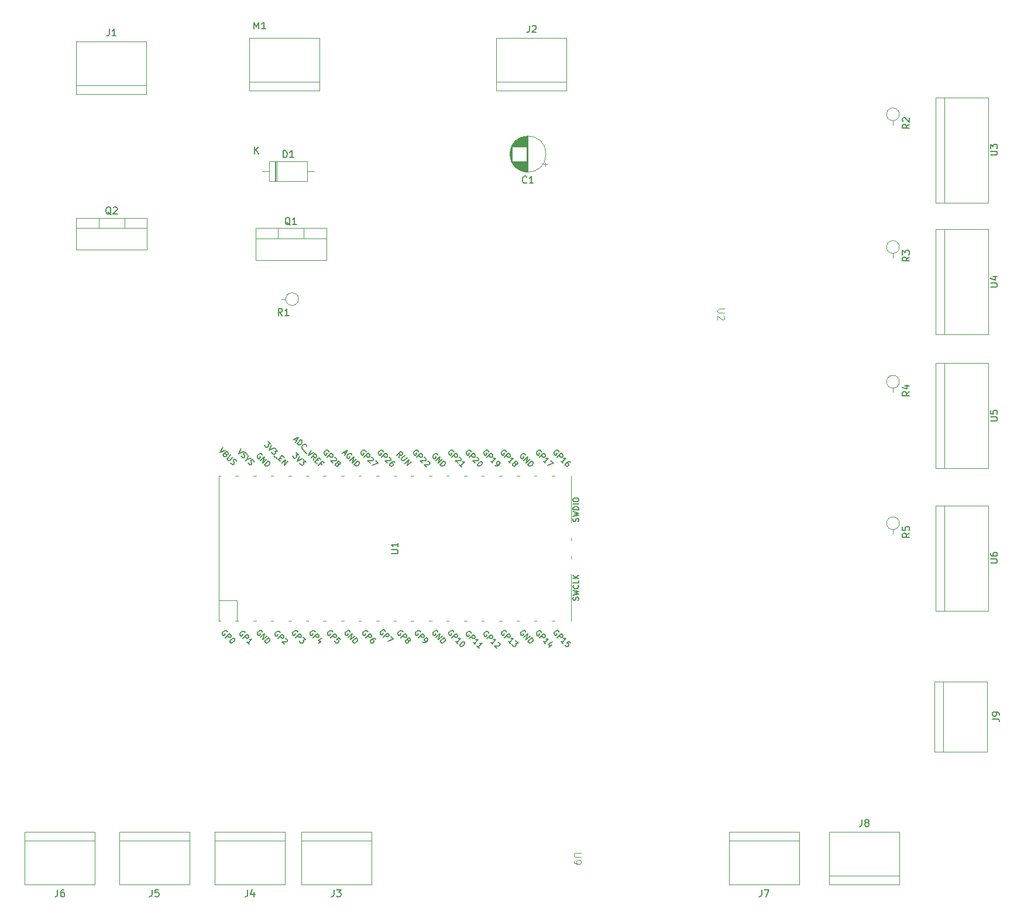
<source format=gbr>
%TF.GenerationSoftware,KiCad,Pcbnew,8.0.1*%
%TF.CreationDate,2024-04-17T15:42:03-07:00*%
%TF.ProjectId,LuliHydroponics,4c756c69-4879-4647-926f-706f6e696373,rev?*%
%TF.SameCoordinates,Original*%
%TF.FileFunction,Legend,Top*%
%TF.FilePolarity,Positive*%
%FSLAX46Y46*%
G04 Gerber Fmt 4.6, Leading zero omitted, Abs format (unit mm)*
G04 Created by KiCad (PCBNEW 8.0.1) date 2024-04-17 15:42:03*
%MOMM*%
%LPD*%
G01*
G04 APERTURE LIST*
%ADD10C,0.150000*%
%ADD11C,0.100000*%
%ADD12C,0.120000*%
G04 APERTURE END LIST*
D10*
X172534819Y-124793333D02*
X173249104Y-124793333D01*
X173249104Y-124793333D02*
X173391961Y-124840952D01*
X173391961Y-124840952D02*
X173487200Y-124936190D01*
X173487200Y-124936190D02*
X173534819Y-125079047D01*
X173534819Y-125079047D02*
X173534819Y-125174285D01*
X173534819Y-124269523D02*
X173534819Y-124079047D01*
X173534819Y-124079047D02*
X173487200Y-123983809D01*
X173487200Y-123983809D02*
X173439580Y-123936190D01*
X173439580Y-123936190D02*
X173296723Y-123840952D01*
X173296723Y-123840952D02*
X173106247Y-123793333D01*
X173106247Y-123793333D02*
X172725295Y-123793333D01*
X172725295Y-123793333D02*
X172630057Y-123840952D01*
X172630057Y-123840952D02*
X172582438Y-123888571D01*
X172582438Y-123888571D02*
X172534819Y-123983809D01*
X172534819Y-123983809D02*
X172534819Y-124174285D01*
X172534819Y-124174285D02*
X172582438Y-124269523D01*
X172582438Y-124269523D02*
X172630057Y-124317142D01*
X172630057Y-124317142D02*
X172725295Y-124364761D01*
X172725295Y-124364761D02*
X172963390Y-124364761D01*
X172963390Y-124364761D02*
X173058628Y-124317142D01*
X173058628Y-124317142D02*
X173106247Y-124269523D01*
X173106247Y-124269523D02*
X173153866Y-124174285D01*
X173153866Y-124174285D02*
X173153866Y-123983809D01*
X173153866Y-123983809D02*
X173106247Y-123888571D01*
X173106247Y-123888571D02*
X173058628Y-123840952D01*
X173058628Y-123840952D02*
X172963390Y-123793333D01*
D11*
X113002580Y-144238095D02*
X112193057Y-144238095D01*
X112193057Y-144238095D02*
X112097819Y-144285714D01*
X112097819Y-144285714D02*
X112050200Y-144333333D01*
X112050200Y-144333333D02*
X112002580Y-144428571D01*
X112002580Y-144428571D02*
X112002580Y-144619047D01*
X112002580Y-144619047D02*
X112050200Y-144714285D01*
X112050200Y-144714285D02*
X112097819Y-144761904D01*
X112097819Y-144761904D02*
X112193057Y-144809523D01*
X112193057Y-144809523D02*
X113002580Y-144809523D01*
X112002580Y-145333333D02*
X112002580Y-145523809D01*
X112002580Y-145523809D02*
X112050200Y-145619047D01*
X112050200Y-145619047D02*
X112097819Y-145666666D01*
X112097819Y-145666666D02*
X112240676Y-145761904D01*
X112240676Y-145761904D02*
X112431152Y-145809523D01*
X112431152Y-145809523D02*
X112812104Y-145809523D01*
X112812104Y-145809523D02*
X112907342Y-145761904D01*
X112907342Y-145761904D02*
X112954961Y-145714285D01*
X112954961Y-145714285D02*
X113002580Y-145619047D01*
X113002580Y-145619047D02*
X113002580Y-145428571D01*
X113002580Y-145428571D02*
X112954961Y-145333333D01*
X112954961Y-145333333D02*
X112907342Y-145285714D01*
X112907342Y-145285714D02*
X112812104Y-145238095D01*
X112812104Y-145238095D02*
X112574009Y-145238095D01*
X112574009Y-145238095D02*
X112478771Y-145285714D01*
X112478771Y-145285714D02*
X112431152Y-145333333D01*
X112431152Y-145333333D02*
X112383533Y-145428571D01*
X112383533Y-145428571D02*
X112383533Y-145619047D01*
X112383533Y-145619047D02*
X112431152Y-145714285D01*
X112431152Y-145714285D02*
X112478771Y-145761904D01*
X112478771Y-145761904D02*
X112574009Y-145809523D01*
D10*
X153666666Y-139374819D02*
X153666666Y-140089104D01*
X153666666Y-140089104D02*
X153619047Y-140231961D01*
X153619047Y-140231961D02*
X153523809Y-140327200D01*
X153523809Y-140327200D02*
X153380952Y-140374819D01*
X153380952Y-140374819D02*
X153285714Y-140374819D01*
X154285714Y-139803390D02*
X154190476Y-139755771D01*
X154190476Y-139755771D02*
X154142857Y-139708152D01*
X154142857Y-139708152D02*
X154095238Y-139612914D01*
X154095238Y-139612914D02*
X154095238Y-139565295D01*
X154095238Y-139565295D02*
X154142857Y-139470057D01*
X154142857Y-139470057D02*
X154190476Y-139422438D01*
X154190476Y-139422438D02*
X154285714Y-139374819D01*
X154285714Y-139374819D02*
X154476190Y-139374819D01*
X154476190Y-139374819D02*
X154571428Y-139422438D01*
X154571428Y-139422438D02*
X154619047Y-139470057D01*
X154619047Y-139470057D02*
X154666666Y-139565295D01*
X154666666Y-139565295D02*
X154666666Y-139612914D01*
X154666666Y-139612914D02*
X154619047Y-139708152D01*
X154619047Y-139708152D02*
X154571428Y-139755771D01*
X154571428Y-139755771D02*
X154476190Y-139803390D01*
X154476190Y-139803390D02*
X154285714Y-139803390D01*
X154285714Y-139803390D02*
X154190476Y-139851009D01*
X154190476Y-139851009D02*
X154142857Y-139898628D01*
X154142857Y-139898628D02*
X154095238Y-139993866D01*
X154095238Y-139993866D02*
X154095238Y-140184342D01*
X154095238Y-140184342D02*
X154142857Y-140279580D01*
X154142857Y-140279580D02*
X154190476Y-140327200D01*
X154190476Y-140327200D02*
X154285714Y-140374819D01*
X154285714Y-140374819D02*
X154476190Y-140374819D01*
X154476190Y-140374819D02*
X154571428Y-140327200D01*
X154571428Y-140327200D02*
X154619047Y-140279580D01*
X154619047Y-140279580D02*
X154666666Y-140184342D01*
X154666666Y-140184342D02*
X154666666Y-139993866D01*
X154666666Y-139993866D02*
X154619047Y-139898628D01*
X154619047Y-139898628D02*
X154571428Y-139851009D01*
X154571428Y-139851009D02*
X154476190Y-139803390D01*
X172264819Y-62231904D02*
X173074342Y-62231904D01*
X173074342Y-62231904D02*
X173169580Y-62184285D01*
X173169580Y-62184285D02*
X173217200Y-62136666D01*
X173217200Y-62136666D02*
X173264819Y-62041428D01*
X173264819Y-62041428D02*
X173264819Y-61850952D01*
X173264819Y-61850952D02*
X173217200Y-61755714D01*
X173217200Y-61755714D02*
X173169580Y-61708095D01*
X173169580Y-61708095D02*
X173074342Y-61660476D01*
X173074342Y-61660476D02*
X172264819Y-61660476D01*
X172598152Y-60755714D02*
X173264819Y-60755714D01*
X172217200Y-60993809D02*
X172931485Y-61231904D01*
X172931485Y-61231904D02*
X172931485Y-60612857D01*
X77286666Y-149534819D02*
X77286666Y-150249104D01*
X77286666Y-150249104D02*
X77239047Y-150391961D01*
X77239047Y-150391961D02*
X77143809Y-150487200D01*
X77143809Y-150487200D02*
X77000952Y-150534819D01*
X77000952Y-150534819D02*
X76905714Y-150534819D01*
X77667619Y-149534819D02*
X78286666Y-149534819D01*
X78286666Y-149534819D02*
X77953333Y-149915771D01*
X77953333Y-149915771D02*
X78096190Y-149915771D01*
X78096190Y-149915771D02*
X78191428Y-149963390D01*
X78191428Y-149963390D02*
X78239047Y-150011009D01*
X78239047Y-150011009D02*
X78286666Y-150106247D01*
X78286666Y-150106247D02*
X78286666Y-150344342D01*
X78286666Y-150344342D02*
X78239047Y-150439580D01*
X78239047Y-150439580D02*
X78191428Y-150487200D01*
X78191428Y-150487200D02*
X78096190Y-150534819D01*
X78096190Y-150534819D02*
X77810476Y-150534819D01*
X77810476Y-150534819D02*
X77715238Y-150487200D01*
X77715238Y-150487200D02*
X77667619Y-150439580D01*
X69783333Y-66374819D02*
X69450000Y-65898628D01*
X69211905Y-66374819D02*
X69211905Y-65374819D01*
X69211905Y-65374819D02*
X69592857Y-65374819D01*
X69592857Y-65374819D02*
X69688095Y-65422438D01*
X69688095Y-65422438D02*
X69735714Y-65470057D01*
X69735714Y-65470057D02*
X69783333Y-65565295D01*
X69783333Y-65565295D02*
X69783333Y-65708152D01*
X69783333Y-65708152D02*
X69735714Y-65803390D01*
X69735714Y-65803390D02*
X69688095Y-65851009D01*
X69688095Y-65851009D02*
X69592857Y-65898628D01*
X69592857Y-65898628D02*
X69211905Y-65898628D01*
X70735714Y-66374819D02*
X70164286Y-66374819D01*
X70450000Y-66374819D02*
X70450000Y-65374819D01*
X70450000Y-65374819D02*
X70354762Y-65517676D01*
X70354762Y-65517676D02*
X70259524Y-65612914D01*
X70259524Y-65612914D02*
X70164286Y-65660533D01*
X50951666Y-149534819D02*
X50951666Y-150249104D01*
X50951666Y-150249104D02*
X50904047Y-150391961D01*
X50904047Y-150391961D02*
X50808809Y-150487200D01*
X50808809Y-150487200D02*
X50665952Y-150534819D01*
X50665952Y-150534819D02*
X50570714Y-150534819D01*
X51904047Y-149534819D02*
X51427857Y-149534819D01*
X51427857Y-149534819D02*
X51380238Y-150011009D01*
X51380238Y-150011009D02*
X51427857Y-149963390D01*
X51427857Y-149963390D02*
X51523095Y-149915771D01*
X51523095Y-149915771D02*
X51761190Y-149915771D01*
X51761190Y-149915771D02*
X51856428Y-149963390D01*
X51856428Y-149963390D02*
X51904047Y-150011009D01*
X51904047Y-150011009D02*
X51951666Y-150106247D01*
X51951666Y-150106247D02*
X51951666Y-150344342D01*
X51951666Y-150344342D02*
X51904047Y-150439580D01*
X51904047Y-150439580D02*
X51856428Y-150487200D01*
X51856428Y-150487200D02*
X51761190Y-150534819D01*
X51761190Y-150534819D02*
X51523095Y-150534819D01*
X51523095Y-150534819D02*
X51427857Y-150487200D01*
X51427857Y-150487200D02*
X51380238Y-150439580D01*
X44746666Y-24874819D02*
X44746666Y-25589104D01*
X44746666Y-25589104D02*
X44699047Y-25731961D01*
X44699047Y-25731961D02*
X44603809Y-25827200D01*
X44603809Y-25827200D02*
X44460952Y-25874819D01*
X44460952Y-25874819D02*
X44365714Y-25874819D01*
X45746666Y-25874819D02*
X45175238Y-25874819D01*
X45460952Y-25874819D02*
X45460952Y-24874819D01*
X45460952Y-24874819D02*
X45365714Y-25017676D01*
X45365714Y-25017676D02*
X45270476Y-25112914D01*
X45270476Y-25112914D02*
X45175238Y-25160533D01*
X70944761Y-53280057D02*
X70849523Y-53232438D01*
X70849523Y-53232438D02*
X70754285Y-53137200D01*
X70754285Y-53137200D02*
X70611428Y-52994342D01*
X70611428Y-52994342D02*
X70516190Y-52946723D01*
X70516190Y-52946723D02*
X70420952Y-52946723D01*
X70468571Y-53184819D02*
X70373333Y-53137200D01*
X70373333Y-53137200D02*
X70278095Y-53041961D01*
X70278095Y-53041961D02*
X70230476Y-52851485D01*
X70230476Y-52851485D02*
X70230476Y-52518152D01*
X70230476Y-52518152D02*
X70278095Y-52327676D01*
X70278095Y-52327676D02*
X70373333Y-52232438D01*
X70373333Y-52232438D02*
X70468571Y-52184819D01*
X70468571Y-52184819D02*
X70659047Y-52184819D01*
X70659047Y-52184819D02*
X70754285Y-52232438D01*
X70754285Y-52232438D02*
X70849523Y-52327676D01*
X70849523Y-52327676D02*
X70897142Y-52518152D01*
X70897142Y-52518152D02*
X70897142Y-52851485D01*
X70897142Y-52851485D02*
X70849523Y-53041961D01*
X70849523Y-53041961D02*
X70754285Y-53137200D01*
X70754285Y-53137200D02*
X70659047Y-53184819D01*
X70659047Y-53184819D02*
X70468571Y-53184819D01*
X71849523Y-53184819D02*
X71278095Y-53184819D01*
X71563809Y-53184819D02*
X71563809Y-52184819D01*
X71563809Y-52184819D02*
X71468571Y-52327676D01*
X71468571Y-52327676D02*
X71373333Y-52422914D01*
X71373333Y-52422914D02*
X71278095Y-52470533D01*
X172264819Y-102231904D02*
X173074342Y-102231904D01*
X173074342Y-102231904D02*
X173169580Y-102184285D01*
X173169580Y-102184285D02*
X173217200Y-102136666D01*
X173217200Y-102136666D02*
X173264819Y-102041428D01*
X173264819Y-102041428D02*
X173264819Y-101850952D01*
X173264819Y-101850952D02*
X173217200Y-101755714D01*
X173217200Y-101755714D02*
X173169580Y-101708095D01*
X173169580Y-101708095D02*
X173074342Y-101660476D01*
X173074342Y-101660476D02*
X172264819Y-101660476D01*
X172264819Y-100755714D02*
X172264819Y-100946190D01*
X172264819Y-100946190D02*
X172312438Y-101041428D01*
X172312438Y-101041428D02*
X172360057Y-101089047D01*
X172360057Y-101089047D02*
X172502914Y-101184285D01*
X172502914Y-101184285D02*
X172693390Y-101231904D01*
X172693390Y-101231904D02*
X173074342Y-101231904D01*
X173074342Y-101231904D02*
X173169580Y-101184285D01*
X173169580Y-101184285D02*
X173217200Y-101136666D01*
X173217200Y-101136666D02*
X173264819Y-101041428D01*
X173264819Y-101041428D02*
X173264819Y-100850952D01*
X173264819Y-100850952D02*
X173217200Y-100755714D01*
X173217200Y-100755714D02*
X173169580Y-100708095D01*
X173169580Y-100708095D02*
X173074342Y-100660476D01*
X173074342Y-100660476D02*
X172836247Y-100660476D01*
X172836247Y-100660476D02*
X172741009Y-100708095D01*
X172741009Y-100708095D02*
X172693390Y-100755714D01*
X172693390Y-100755714D02*
X172645771Y-100850952D01*
X172645771Y-100850952D02*
X172645771Y-101041428D01*
X172645771Y-101041428D02*
X172693390Y-101136666D01*
X172693390Y-101136666D02*
X172741009Y-101184285D01*
X172741009Y-101184285D02*
X172836247Y-101231904D01*
X64786666Y-149534819D02*
X64786666Y-150249104D01*
X64786666Y-150249104D02*
X64739047Y-150391961D01*
X64739047Y-150391961D02*
X64643809Y-150487200D01*
X64643809Y-150487200D02*
X64500952Y-150534819D01*
X64500952Y-150534819D02*
X64405714Y-150534819D01*
X65691428Y-149868152D02*
X65691428Y-150534819D01*
X65453333Y-149487200D02*
X65215238Y-150201485D01*
X65215238Y-150201485D02*
X65834285Y-150201485D01*
X172264819Y-43151904D02*
X173074342Y-43151904D01*
X173074342Y-43151904D02*
X173169580Y-43104285D01*
X173169580Y-43104285D02*
X173217200Y-43056666D01*
X173217200Y-43056666D02*
X173264819Y-42961428D01*
X173264819Y-42961428D02*
X173264819Y-42770952D01*
X173264819Y-42770952D02*
X173217200Y-42675714D01*
X173217200Y-42675714D02*
X173169580Y-42628095D01*
X173169580Y-42628095D02*
X173074342Y-42580476D01*
X173074342Y-42580476D02*
X172264819Y-42580476D01*
X172264819Y-42199523D02*
X172264819Y-41580476D01*
X172264819Y-41580476D02*
X172645771Y-41913809D01*
X172645771Y-41913809D02*
X172645771Y-41770952D01*
X172645771Y-41770952D02*
X172693390Y-41675714D01*
X172693390Y-41675714D02*
X172741009Y-41628095D01*
X172741009Y-41628095D02*
X172836247Y-41580476D01*
X172836247Y-41580476D02*
X173074342Y-41580476D01*
X173074342Y-41580476D02*
X173169580Y-41628095D01*
X173169580Y-41628095D02*
X173217200Y-41675714D01*
X173217200Y-41675714D02*
X173264819Y-41770952D01*
X173264819Y-41770952D02*
X173264819Y-42056666D01*
X173264819Y-42056666D02*
X173217200Y-42151904D01*
X173217200Y-42151904D02*
X173169580Y-42199523D01*
X105536666Y-24374819D02*
X105536666Y-25089104D01*
X105536666Y-25089104D02*
X105489047Y-25231961D01*
X105489047Y-25231961D02*
X105393809Y-25327200D01*
X105393809Y-25327200D02*
X105250952Y-25374819D01*
X105250952Y-25374819D02*
X105155714Y-25374819D01*
X105965238Y-24470057D02*
X106012857Y-24422438D01*
X106012857Y-24422438D02*
X106108095Y-24374819D01*
X106108095Y-24374819D02*
X106346190Y-24374819D01*
X106346190Y-24374819D02*
X106441428Y-24422438D01*
X106441428Y-24422438D02*
X106489047Y-24470057D01*
X106489047Y-24470057D02*
X106536666Y-24565295D01*
X106536666Y-24565295D02*
X106536666Y-24660533D01*
X106536666Y-24660533D02*
X106489047Y-24803390D01*
X106489047Y-24803390D02*
X105917619Y-25374819D01*
X105917619Y-25374819D02*
X106536666Y-25374819D01*
X85564819Y-100871904D02*
X86374342Y-100871904D01*
X86374342Y-100871904D02*
X86469580Y-100824285D01*
X86469580Y-100824285D02*
X86517200Y-100776666D01*
X86517200Y-100776666D02*
X86564819Y-100681428D01*
X86564819Y-100681428D02*
X86564819Y-100490952D01*
X86564819Y-100490952D02*
X86517200Y-100395714D01*
X86517200Y-100395714D02*
X86469580Y-100348095D01*
X86469580Y-100348095D02*
X86374342Y-100300476D01*
X86374342Y-100300476D02*
X85564819Y-100300476D01*
X86564819Y-99300476D02*
X86564819Y-99871904D01*
X86564819Y-99586190D02*
X85564819Y-99586190D01*
X85564819Y-99586190D02*
X85707676Y-99681428D01*
X85707676Y-99681428D02*
X85802914Y-99776666D01*
X85802914Y-99776666D02*
X85850533Y-99871904D01*
X79611568Y-112196435D02*
X79584631Y-112115623D01*
X79584631Y-112115623D02*
X79503819Y-112034811D01*
X79503819Y-112034811D02*
X79396069Y-111980936D01*
X79396069Y-111980936D02*
X79288319Y-111980936D01*
X79288319Y-111980936D02*
X79207507Y-112007873D01*
X79207507Y-112007873D02*
X79072820Y-112088685D01*
X79072820Y-112088685D02*
X78992008Y-112169498D01*
X78992008Y-112169498D02*
X78911196Y-112304185D01*
X78911196Y-112304185D02*
X78884258Y-112384997D01*
X78884258Y-112384997D02*
X78884258Y-112492746D01*
X78884258Y-112492746D02*
X78938133Y-112600496D01*
X78938133Y-112600496D02*
X78992008Y-112654371D01*
X78992008Y-112654371D02*
X79099758Y-112708246D01*
X79099758Y-112708246D02*
X79153632Y-112708246D01*
X79153632Y-112708246D02*
X79342194Y-112519684D01*
X79342194Y-112519684D02*
X79234445Y-112411934D01*
X79342194Y-113004557D02*
X79907880Y-112438872D01*
X79907880Y-112438872D02*
X79665443Y-113327806D01*
X79665443Y-113327806D02*
X80231128Y-112762120D01*
X79934817Y-113597180D02*
X80500502Y-113031494D01*
X80500502Y-113031494D02*
X80635189Y-113166181D01*
X80635189Y-113166181D02*
X80689064Y-113273931D01*
X80689064Y-113273931D02*
X80689064Y-113381680D01*
X80689064Y-113381680D02*
X80662127Y-113462493D01*
X80662127Y-113462493D02*
X80581314Y-113597180D01*
X80581314Y-113597180D02*
X80500502Y-113677992D01*
X80500502Y-113677992D02*
X80365815Y-113758804D01*
X80365815Y-113758804D02*
X80285003Y-113785741D01*
X80285003Y-113785741D02*
X80177253Y-113785741D01*
X80177253Y-113785741D02*
X80069504Y-113731867D01*
X80069504Y-113731867D02*
X79934817Y-113597180D01*
X112634200Y-96205238D02*
X112672295Y-96090952D01*
X112672295Y-96090952D02*
X112672295Y-95900476D01*
X112672295Y-95900476D02*
X112634200Y-95824285D01*
X112634200Y-95824285D02*
X112596104Y-95786190D01*
X112596104Y-95786190D02*
X112519914Y-95748095D01*
X112519914Y-95748095D02*
X112443723Y-95748095D01*
X112443723Y-95748095D02*
X112367533Y-95786190D01*
X112367533Y-95786190D02*
X112329438Y-95824285D01*
X112329438Y-95824285D02*
X112291342Y-95900476D01*
X112291342Y-95900476D02*
X112253247Y-96052857D01*
X112253247Y-96052857D02*
X112215152Y-96129047D01*
X112215152Y-96129047D02*
X112177057Y-96167142D01*
X112177057Y-96167142D02*
X112100866Y-96205238D01*
X112100866Y-96205238D02*
X112024676Y-96205238D01*
X112024676Y-96205238D02*
X111948485Y-96167142D01*
X111948485Y-96167142D02*
X111910390Y-96129047D01*
X111910390Y-96129047D02*
X111872295Y-96052857D01*
X111872295Y-96052857D02*
X111872295Y-95862380D01*
X111872295Y-95862380D02*
X111910390Y-95748095D01*
X111872295Y-95481428D02*
X112672295Y-95290952D01*
X112672295Y-95290952D02*
X112100866Y-95138571D01*
X112100866Y-95138571D02*
X112672295Y-94986190D01*
X112672295Y-94986190D02*
X111872295Y-94795714D01*
X112672295Y-94490951D02*
X111872295Y-94490951D01*
X111872295Y-94490951D02*
X111872295Y-94300475D01*
X111872295Y-94300475D02*
X111910390Y-94186189D01*
X111910390Y-94186189D02*
X111986580Y-94109999D01*
X111986580Y-94109999D02*
X112062771Y-94071904D01*
X112062771Y-94071904D02*
X112215152Y-94033808D01*
X112215152Y-94033808D02*
X112329438Y-94033808D01*
X112329438Y-94033808D02*
X112481819Y-94071904D01*
X112481819Y-94071904D02*
X112558009Y-94109999D01*
X112558009Y-94109999D02*
X112634200Y-94186189D01*
X112634200Y-94186189D02*
X112672295Y-94300475D01*
X112672295Y-94300475D02*
X112672295Y-94490951D01*
X112672295Y-93690951D02*
X111872295Y-93690951D01*
X111872295Y-93157618D02*
X111872295Y-93005237D01*
X111872295Y-93005237D02*
X111910390Y-92929047D01*
X111910390Y-92929047D02*
X111986580Y-92852856D01*
X111986580Y-92852856D02*
X112138961Y-92814761D01*
X112138961Y-92814761D02*
X112405628Y-92814761D01*
X112405628Y-92814761D02*
X112558009Y-92852856D01*
X112558009Y-92852856D02*
X112634200Y-92929047D01*
X112634200Y-92929047D02*
X112672295Y-93005237D01*
X112672295Y-93005237D02*
X112672295Y-93157618D01*
X112672295Y-93157618D02*
X112634200Y-93233809D01*
X112634200Y-93233809D02*
X112558009Y-93309999D01*
X112558009Y-93309999D02*
X112405628Y-93348095D01*
X112405628Y-93348095D02*
X112138961Y-93348095D01*
X112138961Y-93348095D02*
X111986580Y-93309999D01*
X111986580Y-93309999D02*
X111910390Y-93233809D01*
X111910390Y-93233809D02*
X111872295Y-93157618D01*
X89529131Y-86099998D02*
X89502194Y-86019185D01*
X89502194Y-86019185D02*
X89421381Y-85938373D01*
X89421381Y-85938373D02*
X89313632Y-85884498D01*
X89313632Y-85884498D02*
X89205882Y-85884498D01*
X89205882Y-85884498D02*
X89125070Y-85911436D01*
X89125070Y-85911436D02*
X88990383Y-85992248D01*
X88990383Y-85992248D02*
X88909571Y-86073060D01*
X88909571Y-86073060D02*
X88828758Y-86207747D01*
X88828758Y-86207747D02*
X88801821Y-86288560D01*
X88801821Y-86288560D02*
X88801821Y-86396309D01*
X88801821Y-86396309D02*
X88855696Y-86504059D01*
X88855696Y-86504059D02*
X88909571Y-86557934D01*
X88909571Y-86557934D02*
X89017320Y-86611808D01*
X89017320Y-86611808D02*
X89071195Y-86611808D01*
X89071195Y-86611808D02*
X89259757Y-86423247D01*
X89259757Y-86423247D02*
X89152007Y-86315497D01*
X89259757Y-86908120D02*
X89825442Y-86342434D01*
X89825442Y-86342434D02*
X90040942Y-86557934D01*
X90040942Y-86557934D02*
X90067879Y-86638746D01*
X90067879Y-86638746D02*
X90067879Y-86692621D01*
X90067879Y-86692621D02*
X90040942Y-86773433D01*
X90040942Y-86773433D02*
X89960129Y-86854245D01*
X89960129Y-86854245D02*
X89879317Y-86881182D01*
X89879317Y-86881182D02*
X89825442Y-86881182D01*
X89825442Y-86881182D02*
X89744630Y-86854245D01*
X89744630Y-86854245D02*
X89529131Y-86638746D01*
X90310316Y-86935057D02*
X90364190Y-86935057D01*
X90364190Y-86935057D02*
X90445003Y-86961995D01*
X90445003Y-86961995D02*
X90579690Y-87096682D01*
X90579690Y-87096682D02*
X90606627Y-87177494D01*
X90606627Y-87177494D02*
X90606627Y-87231369D01*
X90606627Y-87231369D02*
X90579690Y-87312181D01*
X90579690Y-87312181D02*
X90525815Y-87366056D01*
X90525815Y-87366056D02*
X90418065Y-87419930D01*
X90418065Y-87419930D02*
X89771568Y-87419930D01*
X89771568Y-87419930D02*
X90121754Y-87770117D01*
X90849064Y-87473805D02*
X90902939Y-87473805D01*
X90902939Y-87473805D02*
X90983751Y-87500743D01*
X90983751Y-87500743D02*
X91118438Y-87635430D01*
X91118438Y-87635430D02*
X91145375Y-87716242D01*
X91145375Y-87716242D02*
X91145375Y-87770117D01*
X91145375Y-87770117D02*
X91118438Y-87850929D01*
X91118438Y-87850929D02*
X91064563Y-87904804D01*
X91064563Y-87904804D02*
X90956813Y-87958679D01*
X90956813Y-87958679D02*
X90310316Y-87958679D01*
X90310316Y-87958679D02*
X90660502Y-88308865D01*
X74558505Y-112223372D02*
X74531568Y-112142560D01*
X74531568Y-112142560D02*
X74450756Y-112061748D01*
X74450756Y-112061748D02*
X74343006Y-112007873D01*
X74343006Y-112007873D02*
X74235257Y-112007873D01*
X74235257Y-112007873D02*
X74154444Y-112034810D01*
X74154444Y-112034810D02*
X74019757Y-112115623D01*
X74019757Y-112115623D02*
X73938945Y-112196435D01*
X73938945Y-112196435D02*
X73858133Y-112331122D01*
X73858133Y-112331122D02*
X73831196Y-112411934D01*
X73831196Y-112411934D02*
X73831196Y-112519684D01*
X73831196Y-112519684D02*
X73885070Y-112627433D01*
X73885070Y-112627433D02*
X73938945Y-112681308D01*
X73938945Y-112681308D02*
X74046695Y-112735183D01*
X74046695Y-112735183D02*
X74100570Y-112735183D01*
X74100570Y-112735183D02*
X74289131Y-112546621D01*
X74289131Y-112546621D02*
X74181382Y-112438871D01*
X74289131Y-113031494D02*
X74854817Y-112465809D01*
X74854817Y-112465809D02*
X75070316Y-112681308D01*
X75070316Y-112681308D02*
X75097253Y-112762120D01*
X75097253Y-112762120D02*
X75097253Y-112815995D01*
X75097253Y-112815995D02*
X75070316Y-112896807D01*
X75070316Y-112896807D02*
X74989504Y-112977619D01*
X74989504Y-112977619D02*
X74908692Y-113004557D01*
X74908692Y-113004557D02*
X74854817Y-113004557D01*
X74854817Y-113004557D02*
X74774005Y-112977619D01*
X74774005Y-112977619D02*
X74558505Y-112762120D01*
X75474377Y-113462493D02*
X75097253Y-113839616D01*
X75555189Y-113112306D02*
X75016441Y-113381680D01*
X75016441Y-113381680D02*
X75366627Y-113731867D01*
X112634200Y-107619524D02*
X112672295Y-107505238D01*
X112672295Y-107505238D02*
X112672295Y-107314762D01*
X112672295Y-107314762D02*
X112634200Y-107238571D01*
X112634200Y-107238571D02*
X112596104Y-107200476D01*
X112596104Y-107200476D02*
X112519914Y-107162381D01*
X112519914Y-107162381D02*
X112443723Y-107162381D01*
X112443723Y-107162381D02*
X112367533Y-107200476D01*
X112367533Y-107200476D02*
X112329438Y-107238571D01*
X112329438Y-107238571D02*
X112291342Y-107314762D01*
X112291342Y-107314762D02*
X112253247Y-107467143D01*
X112253247Y-107467143D02*
X112215152Y-107543333D01*
X112215152Y-107543333D02*
X112177057Y-107581428D01*
X112177057Y-107581428D02*
X112100866Y-107619524D01*
X112100866Y-107619524D02*
X112024676Y-107619524D01*
X112024676Y-107619524D02*
X111948485Y-107581428D01*
X111948485Y-107581428D02*
X111910390Y-107543333D01*
X111910390Y-107543333D02*
X111872295Y-107467143D01*
X111872295Y-107467143D02*
X111872295Y-107276666D01*
X111872295Y-107276666D02*
X111910390Y-107162381D01*
X111872295Y-106895714D02*
X112672295Y-106705238D01*
X112672295Y-106705238D02*
X112100866Y-106552857D01*
X112100866Y-106552857D02*
X112672295Y-106400476D01*
X112672295Y-106400476D02*
X111872295Y-106210000D01*
X112596104Y-105448094D02*
X112634200Y-105486190D01*
X112634200Y-105486190D02*
X112672295Y-105600475D01*
X112672295Y-105600475D02*
X112672295Y-105676666D01*
X112672295Y-105676666D02*
X112634200Y-105790952D01*
X112634200Y-105790952D02*
X112558009Y-105867142D01*
X112558009Y-105867142D02*
X112481819Y-105905237D01*
X112481819Y-105905237D02*
X112329438Y-105943333D01*
X112329438Y-105943333D02*
X112215152Y-105943333D01*
X112215152Y-105943333D02*
X112062771Y-105905237D01*
X112062771Y-105905237D02*
X111986580Y-105867142D01*
X111986580Y-105867142D02*
X111910390Y-105790952D01*
X111910390Y-105790952D02*
X111872295Y-105676666D01*
X111872295Y-105676666D02*
X111872295Y-105600475D01*
X111872295Y-105600475D02*
X111910390Y-105486190D01*
X111910390Y-105486190D02*
X111948485Y-105448094D01*
X112672295Y-104724285D02*
X112672295Y-105105237D01*
X112672295Y-105105237D02*
X111872295Y-105105237D01*
X112672295Y-104457618D02*
X111872295Y-104457618D01*
X112672295Y-104000475D02*
X112215152Y-104343333D01*
X111872295Y-104000475D02*
X112329438Y-104457618D01*
X102229131Y-86099998D02*
X102202194Y-86019185D01*
X102202194Y-86019185D02*
X102121381Y-85938373D01*
X102121381Y-85938373D02*
X102013632Y-85884498D01*
X102013632Y-85884498D02*
X101905882Y-85884498D01*
X101905882Y-85884498D02*
X101825070Y-85911436D01*
X101825070Y-85911436D02*
X101690383Y-85992248D01*
X101690383Y-85992248D02*
X101609571Y-86073060D01*
X101609571Y-86073060D02*
X101528758Y-86207747D01*
X101528758Y-86207747D02*
X101501821Y-86288560D01*
X101501821Y-86288560D02*
X101501821Y-86396309D01*
X101501821Y-86396309D02*
X101555696Y-86504059D01*
X101555696Y-86504059D02*
X101609571Y-86557934D01*
X101609571Y-86557934D02*
X101717320Y-86611808D01*
X101717320Y-86611808D02*
X101771195Y-86611808D01*
X101771195Y-86611808D02*
X101959757Y-86423247D01*
X101959757Y-86423247D02*
X101852007Y-86315497D01*
X101959757Y-86908120D02*
X102525442Y-86342434D01*
X102525442Y-86342434D02*
X102740942Y-86557934D01*
X102740942Y-86557934D02*
X102767879Y-86638746D01*
X102767879Y-86638746D02*
X102767879Y-86692621D01*
X102767879Y-86692621D02*
X102740942Y-86773433D01*
X102740942Y-86773433D02*
X102660129Y-86854245D01*
X102660129Y-86854245D02*
X102579317Y-86881182D01*
X102579317Y-86881182D02*
X102525442Y-86881182D01*
X102525442Y-86881182D02*
X102444630Y-86854245D01*
X102444630Y-86854245D02*
X102229131Y-86638746D01*
X102821754Y-87770117D02*
X102498505Y-87446868D01*
X102660129Y-87608492D02*
X103225815Y-87042807D01*
X103225815Y-87042807D02*
X103091128Y-87069744D01*
X103091128Y-87069744D02*
X102983378Y-87069744D01*
X102983378Y-87069744D02*
X102902566Y-87042807D01*
X103468252Y-87770117D02*
X103441314Y-87689305D01*
X103441314Y-87689305D02*
X103441314Y-87635430D01*
X103441314Y-87635430D02*
X103468252Y-87554618D01*
X103468252Y-87554618D02*
X103495189Y-87527680D01*
X103495189Y-87527680D02*
X103576001Y-87500743D01*
X103576001Y-87500743D02*
X103629876Y-87500743D01*
X103629876Y-87500743D02*
X103710688Y-87527680D01*
X103710688Y-87527680D02*
X103818438Y-87635430D01*
X103818438Y-87635430D02*
X103845375Y-87716242D01*
X103845375Y-87716242D02*
X103845375Y-87770117D01*
X103845375Y-87770117D02*
X103818438Y-87850929D01*
X103818438Y-87850929D02*
X103791500Y-87877866D01*
X103791500Y-87877866D02*
X103710688Y-87904804D01*
X103710688Y-87904804D02*
X103656813Y-87904804D01*
X103656813Y-87904804D02*
X103576001Y-87877866D01*
X103576001Y-87877866D02*
X103468252Y-87770117D01*
X103468252Y-87770117D02*
X103387439Y-87743179D01*
X103387439Y-87743179D02*
X103333565Y-87743179D01*
X103333565Y-87743179D02*
X103252752Y-87770117D01*
X103252752Y-87770117D02*
X103145003Y-87877866D01*
X103145003Y-87877866D02*
X103118065Y-87958679D01*
X103118065Y-87958679D02*
X103118065Y-88012553D01*
X103118065Y-88012553D02*
X103145003Y-88093366D01*
X103145003Y-88093366D02*
X103252752Y-88201115D01*
X103252752Y-88201115D02*
X103333565Y-88228053D01*
X103333565Y-88228053D02*
X103387439Y-88228053D01*
X103387439Y-88228053D02*
X103468252Y-88201115D01*
X103468252Y-88201115D02*
X103576001Y-88093366D01*
X103576001Y-88093366D02*
X103602939Y-88012553D01*
X103602939Y-88012553D02*
X103602939Y-87958679D01*
X103602939Y-87958679D02*
X103576001Y-87877866D01*
X92311568Y-112196435D02*
X92284631Y-112115623D01*
X92284631Y-112115623D02*
X92203819Y-112034811D01*
X92203819Y-112034811D02*
X92096069Y-111980936D01*
X92096069Y-111980936D02*
X91988319Y-111980936D01*
X91988319Y-111980936D02*
X91907507Y-112007873D01*
X91907507Y-112007873D02*
X91772820Y-112088685D01*
X91772820Y-112088685D02*
X91692008Y-112169498D01*
X91692008Y-112169498D02*
X91611196Y-112304185D01*
X91611196Y-112304185D02*
X91584258Y-112384997D01*
X91584258Y-112384997D02*
X91584258Y-112492746D01*
X91584258Y-112492746D02*
X91638133Y-112600496D01*
X91638133Y-112600496D02*
X91692008Y-112654371D01*
X91692008Y-112654371D02*
X91799758Y-112708246D01*
X91799758Y-112708246D02*
X91853632Y-112708246D01*
X91853632Y-112708246D02*
X92042194Y-112519684D01*
X92042194Y-112519684D02*
X91934445Y-112411934D01*
X92042194Y-113004557D02*
X92607880Y-112438872D01*
X92607880Y-112438872D02*
X92365443Y-113327806D01*
X92365443Y-113327806D02*
X92931128Y-112762120D01*
X92634817Y-113597180D02*
X93200502Y-113031494D01*
X93200502Y-113031494D02*
X93335189Y-113166181D01*
X93335189Y-113166181D02*
X93389064Y-113273931D01*
X93389064Y-113273931D02*
X93389064Y-113381680D01*
X93389064Y-113381680D02*
X93362127Y-113462493D01*
X93362127Y-113462493D02*
X93281314Y-113597180D01*
X93281314Y-113597180D02*
X93200502Y-113677992D01*
X93200502Y-113677992D02*
X93065815Y-113758804D01*
X93065815Y-113758804D02*
X92985003Y-113785741D01*
X92985003Y-113785741D02*
X92877253Y-113785741D01*
X92877253Y-113785741D02*
X92769504Y-113731867D01*
X92769504Y-113731867D02*
X92634817Y-113597180D01*
X92311568Y-86596435D02*
X92284631Y-86515623D01*
X92284631Y-86515623D02*
X92203819Y-86434811D01*
X92203819Y-86434811D02*
X92096069Y-86380936D01*
X92096069Y-86380936D02*
X91988319Y-86380936D01*
X91988319Y-86380936D02*
X91907507Y-86407873D01*
X91907507Y-86407873D02*
X91772820Y-86488685D01*
X91772820Y-86488685D02*
X91692008Y-86569498D01*
X91692008Y-86569498D02*
X91611196Y-86704185D01*
X91611196Y-86704185D02*
X91584258Y-86784997D01*
X91584258Y-86784997D02*
X91584258Y-86892746D01*
X91584258Y-86892746D02*
X91638133Y-87000496D01*
X91638133Y-87000496D02*
X91692008Y-87054371D01*
X91692008Y-87054371D02*
X91799758Y-87108246D01*
X91799758Y-87108246D02*
X91853632Y-87108246D01*
X91853632Y-87108246D02*
X92042194Y-86919684D01*
X92042194Y-86919684D02*
X91934445Y-86811934D01*
X92042194Y-87404557D02*
X92607880Y-86838872D01*
X92607880Y-86838872D02*
X92365443Y-87727806D01*
X92365443Y-87727806D02*
X92931128Y-87162120D01*
X92634817Y-87997180D02*
X93200502Y-87431494D01*
X93200502Y-87431494D02*
X93335189Y-87566181D01*
X93335189Y-87566181D02*
X93389064Y-87673931D01*
X93389064Y-87673931D02*
X93389064Y-87781680D01*
X93389064Y-87781680D02*
X93362127Y-87862493D01*
X93362127Y-87862493D02*
X93281314Y-87997180D01*
X93281314Y-87997180D02*
X93200502Y-88077992D01*
X93200502Y-88077992D02*
X93065815Y-88158804D01*
X93065815Y-88158804D02*
X92985003Y-88185741D01*
X92985003Y-88185741D02*
X92877253Y-88185741D01*
X92877253Y-88185741D02*
X92769504Y-88131867D01*
X92769504Y-88131867D02*
X92634817Y-87997180D01*
X76575131Y-86099998D02*
X76548194Y-86019185D01*
X76548194Y-86019185D02*
X76467381Y-85938373D01*
X76467381Y-85938373D02*
X76359632Y-85884498D01*
X76359632Y-85884498D02*
X76251882Y-85884498D01*
X76251882Y-85884498D02*
X76171070Y-85911436D01*
X76171070Y-85911436D02*
X76036383Y-85992248D01*
X76036383Y-85992248D02*
X75955571Y-86073060D01*
X75955571Y-86073060D02*
X75874758Y-86207747D01*
X75874758Y-86207747D02*
X75847821Y-86288560D01*
X75847821Y-86288560D02*
X75847821Y-86396309D01*
X75847821Y-86396309D02*
X75901696Y-86504059D01*
X75901696Y-86504059D02*
X75955571Y-86557934D01*
X75955571Y-86557934D02*
X76063320Y-86611808D01*
X76063320Y-86611808D02*
X76117195Y-86611808D01*
X76117195Y-86611808D02*
X76305757Y-86423247D01*
X76305757Y-86423247D02*
X76198007Y-86315497D01*
X76305757Y-86908120D02*
X76871442Y-86342434D01*
X76871442Y-86342434D02*
X77086942Y-86557934D01*
X77086942Y-86557934D02*
X77113879Y-86638746D01*
X77113879Y-86638746D02*
X77113879Y-86692621D01*
X77113879Y-86692621D02*
X77086942Y-86773433D01*
X77086942Y-86773433D02*
X77006129Y-86854245D01*
X77006129Y-86854245D02*
X76925317Y-86881182D01*
X76925317Y-86881182D02*
X76871442Y-86881182D01*
X76871442Y-86881182D02*
X76790630Y-86854245D01*
X76790630Y-86854245D02*
X76575131Y-86638746D01*
X77356316Y-86935057D02*
X77410190Y-86935057D01*
X77410190Y-86935057D02*
X77491003Y-86961995D01*
X77491003Y-86961995D02*
X77625690Y-87096682D01*
X77625690Y-87096682D02*
X77652627Y-87177494D01*
X77652627Y-87177494D02*
X77652627Y-87231369D01*
X77652627Y-87231369D02*
X77625690Y-87312181D01*
X77625690Y-87312181D02*
X77571815Y-87366056D01*
X77571815Y-87366056D02*
X77464065Y-87419930D01*
X77464065Y-87419930D02*
X76817568Y-87419930D01*
X76817568Y-87419930D02*
X77167754Y-87770117D01*
X77814252Y-87770117D02*
X77787314Y-87689305D01*
X77787314Y-87689305D02*
X77787314Y-87635430D01*
X77787314Y-87635430D02*
X77814252Y-87554618D01*
X77814252Y-87554618D02*
X77841189Y-87527680D01*
X77841189Y-87527680D02*
X77922001Y-87500743D01*
X77922001Y-87500743D02*
X77975876Y-87500743D01*
X77975876Y-87500743D02*
X78056688Y-87527680D01*
X78056688Y-87527680D02*
X78164438Y-87635430D01*
X78164438Y-87635430D02*
X78191375Y-87716242D01*
X78191375Y-87716242D02*
X78191375Y-87770117D01*
X78191375Y-87770117D02*
X78164438Y-87850929D01*
X78164438Y-87850929D02*
X78137500Y-87877866D01*
X78137500Y-87877866D02*
X78056688Y-87904804D01*
X78056688Y-87904804D02*
X78002813Y-87904804D01*
X78002813Y-87904804D02*
X77922001Y-87877866D01*
X77922001Y-87877866D02*
X77814252Y-87770117D01*
X77814252Y-87770117D02*
X77733439Y-87743179D01*
X77733439Y-87743179D02*
X77679565Y-87743179D01*
X77679565Y-87743179D02*
X77598752Y-87770117D01*
X77598752Y-87770117D02*
X77491003Y-87877866D01*
X77491003Y-87877866D02*
X77464065Y-87958679D01*
X77464065Y-87958679D02*
X77464065Y-88012553D01*
X77464065Y-88012553D02*
X77491003Y-88093366D01*
X77491003Y-88093366D02*
X77598752Y-88201115D01*
X77598752Y-88201115D02*
X77679565Y-88228053D01*
X77679565Y-88228053D02*
X77733439Y-88228053D01*
X77733439Y-88228053D02*
X77814252Y-88201115D01*
X77814252Y-88201115D02*
X77922001Y-88093366D01*
X77922001Y-88093366D02*
X77948939Y-88012553D01*
X77948939Y-88012553D02*
X77948939Y-87958679D01*
X77948939Y-87958679D02*
X77922001Y-87877866D01*
X84449131Y-86099998D02*
X84422194Y-86019185D01*
X84422194Y-86019185D02*
X84341381Y-85938373D01*
X84341381Y-85938373D02*
X84233632Y-85884498D01*
X84233632Y-85884498D02*
X84125882Y-85884498D01*
X84125882Y-85884498D02*
X84045070Y-85911436D01*
X84045070Y-85911436D02*
X83910383Y-85992248D01*
X83910383Y-85992248D02*
X83829571Y-86073060D01*
X83829571Y-86073060D02*
X83748758Y-86207747D01*
X83748758Y-86207747D02*
X83721821Y-86288560D01*
X83721821Y-86288560D02*
X83721821Y-86396309D01*
X83721821Y-86396309D02*
X83775696Y-86504059D01*
X83775696Y-86504059D02*
X83829571Y-86557934D01*
X83829571Y-86557934D02*
X83937320Y-86611808D01*
X83937320Y-86611808D02*
X83991195Y-86611808D01*
X83991195Y-86611808D02*
X84179757Y-86423247D01*
X84179757Y-86423247D02*
X84072007Y-86315497D01*
X84179757Y-86908120D02*
X84745442Y-86342434D01*
X84745442Y-86342434D02*
X84960942Y-86557934D01*
X84960942Y-86557934D02*
X84987879Y-86638746D01*
X84987879Y-86638746D02*
X84987879Y-86692621D01*
X84987879Y-86692621D02*
X84960942Y-86773433D01*
X84960942Y-86773433D02*
X84880129Y-86854245D01*
X84880129Y-86854245D02*
X84799317Y-86881182D01*
X84799317Y-86881182D02*
X84745442Y-86881182D01*
X84745442Y-86881182D02*
X84664630Y-86854245D01*
X84664630Y-86854245D02*
X84449131Y-86638746D01*
X85230316Y-86935057D02*
X85284190Y-86935057D01*
X85284190Y-86935057D02*
X85365003Y-86961995D01*
X85365003Y-86961995D02*
X85499690Y-87096682D01*
X85499690Y-87096682D02*
X85526627Y-87177494D01*
X85526627Y-87177494D02*
X85526627Y-87231369D01*
X85526627Y-87231369D02*
X85499690Y-87312181D01*
X85499690Y-87312181D02*
X85445815Y-87366056D01*
X85445815Y-87366056D02*
X85338065Y-87419930D01*
X85338065Y-87419930D02*
X84691568Y-87419930D01*
X84691568Y-87419930D02*
X85041754Y-87770117D01*
X86092313Y-87689305D02*
X85984563Y-87581555D01*
X85984563Y-87581555D02*
X85903751Y-87554618D01*
X85903751Y-87554618D02*
X85849876Y-87554618D01*
X85849876Y-87554618D02*
X85715189Y-87581555D01*
X85715189Y-87581555D02*
X85580502Y-87662367D01*
X85580502Y-87662367D02*
X85365003Y-87877866D01*
X85365003Y-87877866D02*
X85338065Y-87958679D01*
X85338065Y-87958679D02*
X85338065Y-88012553D01*
X85338065Y-88012553D02*
X85365003Y-88093366D01*
X85365003Y-88093366D02*
X85472752Y-88201115D01*
X85472752Y-88201115D02*
X85553565Y-88228053D01*
X85553565Y-88228053D02*
X85607439Y-88228053D01*
X85607439Y-88228053D02*
X85688252Y-88201115D01*
X85688252Y-88201115D02*
X85822939Y-88066428D01*
X85822939Y-88066428D02*
X85849876Y-87985616D01*
X85849876Y-87985616D02*
X85849876Y-87931741D01*
X85849876Y-87931741D02*
X85822939Y-87850929D01*
X85822939Y-87850929D02*
X85715189Y-87743179D01*
X85715189Y-87743179D02*
X85634377Y-87716242D01*
X85634377Y-87716242D02*
X85580502Y-87716242D01*
X85580502Y-87716242D02*
X85499690Y-87743179D01*
X81919131Y-86099998D02*
X81892194Y-86019185D01*
X81892194Y-86019185D02*
X81811381Y-85938373D01*
X81811381Y-85938373D02*
X81703632Y-85884498D01*
X81703632Y-85884498D02*
X81595882Y-85884498D01*
X81595882Y-85884498D02*
X81515070Y-85911436D01*
X81515070Y-85911436D02*
X81380383Y-85992248D01*
X81380383Y-85992248D02*
X81299571Y-86073060D01*
X81299571Y-86073060D02*
X81218758Y-86207747D01*
X81218758Y-86207747D02*
X81191821Y-86288560D01*
X81191821Y-86288560D02*
X81191821Y-86396309D01*
X81191821Y-86396309D02*
X81245696Y-86504059D01*
X81245696Y-86504059D02*
X81299571Y-86557934D01*
X81299571Y-86557934D02*
X81407320Y-86611808D01*
X81407320Y-86611808D02*
X81461195Y-86611808D01*
X81461195Y-86611808D02*
X81649757Y-86423247D01*
X81649757Y-86423247D02*
X81542007Y-86315497D01*
X81649757Y-86908120D02*
X82215442Y-86342434D01*
X82215442Y-86342434D02*
X82430942Y-86557934D01*
X82430942Y-86557934D02*
X82457879Y-86638746D01*
X82457879Y-86638746D02*
X82457879Y-86692621D01*
X82457879Y-86692621D02*
X82430942Y-86773433D01*
X82430942Y-86773433D02*
X82350129Y-86854245D01*
X82350129Y-86854245D02*
X82269317Y-86881182D01*
X82269317Y-86881182D02*
X82215442Y-86881182D01*
X82215442Y-86881182D02*
X82134630Y-86854245D01*
X82134630Y-86854245D02*
X81919131Y-86638746D01*
X82700316Y-86935057D02*
X82754190Y-86935057D01*
X82754190Y-86935057D02*
X82835003Y-86961995D01*
X82835003Y-86961995D02*
X82969690Y-87096682D01*
X82969690Y-87096682D02*
X82996627Y-87177494D01*
X82996627Y-87177494D02*
X82996627Y-87231369D01*
X82996627Y-87231369D02*
X82969690Y-87312181D01*
X82969690Y-87312181D02*
X82915815Y-87366056D01*
X82915815Y-87366056D02*
X82808065Y-87419930D01*
X82808065Y-87419930D02*
X82161568Y-87419930D01*
X82161568Y-87419930D02*
X82511754Y-87770117D01*
X83266001Y-87392993D02*
X83643125Y-87770117D01*
X83643125Y-87770117D02*
X82835003Y-88093366D01*
X87258505Y-112223372D02*
X87231568Y-112142560D01*
X87231568Y-112142560D02*
X87150756Y-112061748D01*
X87150756Y-112061748D02*
X87043006Y-112007873D01*
X87043006Y-112007873D02*
X86935257Y-112007873D01*
X86935257Y-112007873D02*
X86854444Y-112034810D01*
X86854444Y-112034810D02*
X86719757Y-112115623D01*
X86719757Y-112115623D02*
X86638945Y-112196435D01*
X86638945Y-112196435D02*
X86558133Y-112331122D01*
X86558133Y-112331122D02*
X86531196Y-112411934D01*
X86531196Y-112411934D02*
X86531196Y-112519684D01*
X86531196Y-112519684D02*
X86585070Y-112627433D01*
X86585070Y-112627433D02*
X86638945Y-112681308D01*
X86638945Y-112681308D02*
X86746695Y-112735183D01*
X86746695Y-112735183D02*
X86800570Y-112735183D01*
X86800570Y-112735183D02*
X86989131Y-112546621D01*
X86989131Y-112546621D02*
X86881382Y-112438871D01*
X86989131Y-113031494D02*
X87554817Y-112465809D01*
X87554817Y-112465809D02*
X87770316Y-112681308D01*
X87770316Y-112681308D02*
X87797253Y-112762120D01*
X87797253Y-112762120D02*
X87797253Y-112815995D01*
X87797253Y-112815995D02*
X87770316Y-112896807D01*
X87770316Y-112896807D02*
X87689504Y-112977619D01*
X87689504Y-112977619D02*
X87608692Y-113004557D01*
X87608692Y-113004557D02*
X87554817Y-113004557D01*
X87554817Y-113004557D02*
X87474005Y-112977619D01*
X87474005Y-112977619D02*
X87258505Y-112762120D01*
X87958878Y-113354743D02*
X87931940Y-113273931D01*
X87931940Y-113273931D02*
X87931940Y-113220056D01*
X87931940Y-113220056D02*
X87958878Y-113139244D01*
X87958878Y-113139244D02*
X87985815Y-113112306D01*
X87985815Y-113112306D02*
X88066627Y-113085369D01*
X88066627Y-113085369D02*
X88120502Y-113085369D01*
X88120502Y-113085369D02*
X88201314Y-113112306D01*
X88201314Y-113112306D02*
X88309064Y-113220056D01*
X88309064Y-113220056D02*
X88336001Y-113300868D01*
X88336001Y-113300868D02*
X88336001Y-113354743D01*
X88336001Y-113354743D02*
X88309064Y-113435555D01*
X88309064Y-113435555D02*
X88282127Y-113462493D01*
X88282127Y-113462493D02*
X88201314Y-113489430D01*
X88201314Y-113489430D02*
X88147440Y-113489430D01*
X88147440Y-113489430D02*
X88066627Y-113462493D01*
X88066627Y-113462493D02*
X87958878Y-113354743D01*
X87958878Y-113354743D02*
X87878066Y-113327806D01*
X87878066Y-113327806D02*
X87824191Y-113327806D01*
X87824191Y-113327806D02*
X87743379Y-113354743D01*
X87743379Y-113354743D02*
X87635629Y-113462493D01*
X87635629Y-113462493D02*
X87608692Y-113543305D01*
X87608692Y-113543305D02*
X87608692Y-113597180D01*
X87608692Y-113597180D02*
X87635629Y-113677992D01*
X87635629Y-113677992D02*
X87743379Y-113785741D01*
X87743379Y-113785741D02*
X87824191Y-113812679D01*
X87824191Y-113812679D02*
X87878066Y-113812679D01*
X87878066Y-113812679D02*
X87958878Y-113785741D01*
X87958878Y-113785741D02*
X88066627Y-113677992D01*
X88066627Y-113677992D02*
X88093565Y-113597180D01*
X88093565Y-113597180D02*
X88093565Y-113543305D01*
X88093565Y-113543305D02*
X88066627Y-113462493D01*
X71575950Y-84265064D02*
X71845324Y-84534438D01*
X71360450Y-84372813D02*
X72114698Y-83995690D01*
X72114698Y-83995690D02*
X71737574Y-84749937D01*
X71926136Y-84938499D02*
X72491821Y-84372813D01*
X72491821Y-84372813D02*
X72626508Y-84507500D01*
X72626508Y-84507500D02*
X72680383Y-84615250D01*
X72680383Y-84615250D02*
X72680383Y-84722999D01*
X72680383Y-84722999D02*
X72653446Y-84803812D01*
X72653446Y-84803812D02*
X72572633Y-84938499D01*
X72572633Y-84938499D02*
X72491821Y-85019311D01*
X72491821Y-85019311D02*
X72357134Y-85100123D01*
X72357134Y-85100123D02*
X72276322Y-85127060D01*
X72276322Y-85127060D02*
X72168572Y-85127060D01*
X72168572Y-85127060D02*
X72060823Y-85073186D01*
X72060823Y-85073186D02*
X71926136Y-84938499D01*
X72868945Y-85773558D02*
X72815070Y-85773558D01*
X72815070Y-85773558D02*
X72707320Y-85719683D01*
X72707320Y-85719683D02*
X72653446Y-85665808D01*
X72653446Y-85665808D02*
X72599571Y-85558059D01*
X72599571Y-85558059D02*
X72599571Y-85450309D01*
X72599571Y-85450309D02*
X72626508Y-85369497D01*
X72626508Y-85369497D02*
X72707320Y-85234810D01*
X72707320Y-85234810D02*
X72788133Y-85153998D01*
X72788133Y-85153998D02*
X72922820Y-85073186D01*
X72922820Y-85073186D02*
X73003632Y-85046248D01*
X73003632Y-85046248D02*
X73111381Y-85046248D01*
X73111381Y-85046248D02*
X73219131Y-85100123D01*
X73219131Y-85100123D02*
X73273006Y-85153998D01*
X73273006Y-85153998D02*
X73326881Y-85261747D01*
X73326881Y-85261747D02*
X73326881Y-85315622D01*
X72868945Y-85989057D02*
X73299943Y-86420056D01*
X73973378Y-85854370D02*
X73596255Y-86608618D01*
X73596255Y-86608618D02*
X74350502Y-86231494D01*
X74296627Y-87308990D02*
X74377439Y-86851054D01*
X73973378Y-86985741D02*
X74539064Y-86420056D01*
X74539064Y-86420056D02*
X74754563Y-86635555D01*
X74754563Y-86635555D02*
X74781500Y-86716367D01*
X74781500Y-86716367D02*
X74781500Y-86770242D01*
X74781500Y-86770242D02*
X74754563Y-86851054D01*
X74754563Y-86851054D02*
X74673751Y-86931866D01*
X74673751Y-86931866D02*
X74592938Y-86958804D01*
X74592938Y-86958804D02*
X74539064Y-86958804D01*
X74539064Y-86958804D02*
X74458251Y-86931866D01*
X74458251Y-86931866D02*
X74242752Y-86716367D01*
X74835375Y-87255115D02*
X75023937Y-87443677D01*
X74808438Y-87820800D02*
X74539064Y-87551426D01*
X74539064Y-87551426D02*
X75104749Y-86985741D01*
X75104749Y-86985741D02*
X75374123Y-87255115D01*
X75535748Y-87955488D02*
X75347186Y-87766926D01*
X75050874Y-88063237D02*
X75616560Y-87497552D01*
X75616560Y-87497552D02*
X75885934Y-87766926D01*
X99689131Y-86099998D02*
X99662194Y-86019185D01*
X99662194Y-86019185D02*
X99581381Y-85938373D01*
X99581381Y-85938373D02*
X99473632Y-85884498D01*
X99473632Y-85884498D02*
X99365882Y-85884498D01*
X99365882Y-85884498D02*
X99285070Y-85911436D01*
X99285070Y-85911436D02*
X99150383Y-85992248D01*
X99150383Y-85992248D02*
X99069571Y-86073060D01*
X99069571Y-86073060D02*
X98988758Y-86207747D01*
X98988758Y-86207747D02*
X98961821Y-86288560D01*
X98961821Y-86288560D02*
X98961821Y-86396309D01*
X98961821Y-86396309D02*
X99015696Y-86504059D01*
X99015696Y-86504059D02*
X99069571Y-86557934D01*
X99069571Y-86557934D02*
X99177320Y-86611808D01*
X99177320Y-86611808D02*
X99231195Y-86611808D01*
X99231195Y-86611808D02*
X99419757Y-86423247D01*
X99419757Y-86423247D02*
X99312007Y-86315497D01*
X99419757Y-86908120D02*
X99985442Y-86342434D01*
X99985442Y-86342434D02*
X100200942Y-86557934D01*
X100200942Y-86557934D02*
X100227879Y-86638746D01*
X100227879Y-86638746D02*
X100227879Y-86692621D01*
X100227879Y-86692621D02*
X100200942Y-86773433D01*
X100200942Y-86773433D02*
X100120129Y-86854245D01*
X100120129Y-86854245D02*
X100039317Y-86881182D01*
X100039317Y-86881182D02*
X99985442Y-86881182D01*
X99985442Y-86881182D02*
X99904630Y-86854245D01*
X99904630Y-86854245D02*
X99689131Y-86638746D01*
X100281754Y-87770117D02*
X99958505Y-87446868D01*
X100120129Y-87608492D02*
X100685815Y-87042807D01*
X100685815Y-87042807D02*
X100551128Y-87069744D01*
X100551128Y-87069744D02*
X100443378Y-87069744D01*
X100443378Y-87069744D02*
X100362566Y-87042807D01*
X100551128Y-88039491D02*
X100658878Y-88147240D01*
X100658878Y-88147240D02*
X100739690Y-88174178D01*
X100739690Y-88174178D02*
X100793565Y-88174178D01*
X100793565Y-88174178D02*
X100928252Y-88147240D01*
X100928252Y-88147240D02*
X101062939Y-88066428D01*
X101062939Y-88066428D02*
X101278438Y-87850929D01*
X101278438Y-87850929D02*
X101305375Y-87770117D01*
X101305375Y-87770117D02*
X101305375Y-87716242D01*
X101305375Y-87716242D02*
X101278438Y-87635430D01*
X101278438Y-87635430D02*
X101170688Y-87527680D01*
X101170688Y-87527680D02*
X101089876Y-87500743D01*
X101089876Y-87500743D02*
X101036001Y-87500743D01*
X101036001Y-87500743D02*
X100955189Y-87527680D01*
X100955189Y-87527680D02*
X100820502Y-87662367D01*
X100820502Y-87662367D02*
X100793565Y-87743179D01*
X100793565Y-87743179D02*
X100793565Y-87797054D01*
X100793565Y-87797054D02*
X100820502Y-87877866D01*
X100820502Y-87877866D02*
X100928252Y-87985616D01*
X100928252Y-87985616D02*
X101009064Y-88012553D01*
X101009064Y-88012553D02*
X101062939Y-88012553D01*
X101062939Y-88012553D02*
X101143751Y-87985616D01*
X109849131Y-86099998D02*
X109822194Y-86019185D01*
X109822194Y-86019185D02*
X109741381Y-85938373D01*
X109741381Y-85938373D02*
X109633632Y-85884498D01*
X109633632Y-85884498D02*
X109525882Y-85884498D01*
X109525882Y-85884498D02*
X109445070Y-85911436D01*
X109445070Y-85911436D02*
X109310383Y-85992248D01*
X109310383Y-85992248D02*
X109229571Y-86073060D01*
X109229571Y-86073060D02*
X109148758Y-86207747D01*
X109148758Y-86207747D02*
X109121821Y-86288560D01*
X109121821Y-86288560D02*
X109121821Y-86396309D01*
X109121821Y-86396309D02*
X109175696Y-86504059D01*
X109175696Y-86504059D02*
X109229571Y-86557934D01*
X109229571Y-86557934D02*
X109337320Y-86611808D01*
X109337320Y-86611808D02*
X109391195Y-86611808D01*
X109391195Y-86611808D02*
X109579757Y-86423247D01*
X109579757Y-86423247D02*
X109472007Y-86315497D01*
X109579757Y-86908120D02*
X110145442Y-86342434D01*
X110145442Y-86342434D02*
X110360942Y-86557934D01*
X110360942Y-86557934D02*
X110387879Y-86638746D01*
X110387879Y-86638746D02*
X110387879Y-86692621D01*
X110387879Y-86692621D02*
X110360942Y-86773433D01*
X110360942Y-86773433D02*
X110280129Y-86854245D01*
X110280129Y-86854245D02*
X110199317Y-86881182D01*
X110199317Y-86881182D02*
X110145442Y-86881182D01*
X110145442Y-86881182D02*
X110064630Y-86854245D01*
X110064630Y-86854245D02*
X109849131Y-86638746D01*
X110441754Y-87770117D02*
X110118505Y-87446868D01*
X110280129Y-87608492D02*
X110845815Y-87042807D01*
X110845815Y-87042807D02*
X110711128Y-87069744D01*
X110711128Y-87069744D02*
X110603378Y-87069744D01*
X110603378Y-87069744D02*
X110522566Y-87042807D01*
X111492313Y-87689305D02*
X111384563Y-87581555D01*
X111384563Y-87581555D02*
X111303751Y-87554618D01*
X111303751Y-87554618D02*
X111249876Y-87554618D01*
X111249876Y-87554618D02*
X111115189Y-87581555D01*
X111115189Y-87581555D02*
X110980502Y-87662367D01*
X110980502Y-87662367D02*
X110765003Y-87877866D01*
X110765003Y-87877866D02*
X110738065Y-87958679D01*
X110738065Y-87958679D02*
X110738065Y-88012553D01*
X110738065Y-88012553D02*
X110765003Y-88093366D01*
X110765003Y-88093366D02*
X110872752Y-88201115D01*
X110872752Y-88201115D02*
X110953565Y-88228053D01*
X110953565Y-88228053D02*
X111007439Y-88228053D01*
X111007439Y-88228053D02*
X111088252Y-88201115D01*
X111088252Y-88201115D02*
X111222939Y-88066428D01*
X111222939Y-88066428D02*
X111249876Y-87985616D01*
X111249876Y-87985616D02*
X111249876Y-87931741D01*
X111249876Y-87931741D02*
X111222939Y-87850929D01*
X111222939Y-87850929D02*
X111115189Y-87743179D01*
X111115189Y-87743179D02*
X111034377Y-87716242D01*
X111034377Y-87716242D02*
X110980502Y-87716242D01*
X110980502Y-87716242D02*
X110899690Y-87743179D01*
X105011568Y-112196435D02*
X104984631Y-112115623D01*
X104984631Y-112115623D02*
X104903819Y-112034811D01*
X104903819Y-112034811D02*
X104796069Y-111980936D01*
X104796069Y-111980936D02*
X104688319Y-111980936D01*
X104688319Y-111980936D02*
X104607507Y-112007873D01*
X104607507Y-112007873D02*
X104472820Y-112088685D01*
X104472820Y-112088685D02*
X104392008Y-112169498D01*
X104392008Y-112169498D02*
X104311196Y-112304185D01*
X104311196Y-112304185D02*
X104284258Y-112384997D01*
X104284258Y-112384997D02*
X104284258Y-112492746D01*
X104284258Y-112492746D02*
X104338133Y-112600496D01*
X104338133Y-112600496D02*
X104392008Y-112654371D01*
X104392008Y-112654371D02*
X104499758Y-112708246D01*
X104499758Y-112708246D02*
X104553632Y-112708246D01*
X104553632Y-112708246D02*
X104742194Y-112519684D01*
X104742194Y-112519684D02*
X104634445Y-112411934D01*
X104742194Y-113004557D02*
X105307880Y-112438872D01*
X105307880Y-112438872D02*
X105065443Y-113327806D01*
X105065443Y-113327806D02*
X105631128Y-112762120D01*
X105334817Y-113597180D02*
X105900502Y-113031494D01*
X105900502Y-113031494D02*
X106035189Y-113166181D01*
X106035189Y-113166181D02*
X106089064Y-113273931D01*
X106089064Y-113273931D02*
X106089064Y-113381680D01*
X106089064Y-113381680D02*
X106062127Y-113462493D01*
X106062127Y-113462493D02*
X105981314Y-113597180D01*
X105981314Y-113597180D02*
X105900502Y-113677992D01*
X105900502Y-113677992D02*
X105765815Y-113758804D01*
X105765815Y-113758804D02*
X105685003Y-113785741D01*
X105685003Y-113785741D02*
X105577253Y-113785741D01*
X105577253Y-113785741D02*
X105469504Y-113731867D01*
X105469504Y-113731867D02*
X105334817Y-113597180D01*
X72018505Y-112223372D02*
X71991568Y-112142560D01*
X71991568Y-112142560D02*
X71910756Y-112061748D01*
X71910756Y-112061748D02*
X71803006Y-112007873D01*
X71803006Y-112007873D02*
X71695257Y-112007873D01*
X71695257Y-112007873D02*
X71614444Y-112034810D01*
X71614444Y-112034810D02*
X71479757Y-112115623D01*
X71479757Y-112115623D02*
X71398945Y-112196435D01*
X71398945Y-112196435D02*
X71318133Y-112331122D01*
X71318133Y-112331122D02*
X71291196Y-112411934D01*
X71291196Y-112411934D02*
X71291196Y-112519684D01*
X71291196Y-112519684D02*
X71345070Y-112627433D01*
X71345070Y-112627433D02*
X71398945Y-112681308D01*
X71398945Y-112681308D02*
X71506695Y-112735183D01*
X71506695Y-112735183D02*
X71560570Y-112735183D01*
X71560570Y-112735183D02*
X71749131Y-112546621D01*
X71749131Y-112546621D02*
X71641382Y-112438871D01*
X71749131Y-113031494D02*
X72314817Y-112465809D01*
X72314817Y-112465809D02*
X72530316Y-112681308D01*
X72530316Y-112681308D02*
X72557253Y-112762120D01*
X72557253Y-112762120D02*
X72557253Y-112815995D01*
X72557253Y-112815995D02*
X72530316Y-112896807D01*
X72530316Y-112896807D02*
X72449504Y-112977619D01*
X72449504Y-112977619D02*
X72368692Y-113004557D01*
X72368692Y-113004557D02*
X72314817Y-113004557D01*
X72314817Y-113004557D02*
X72234005Y-112977619D01*
X72234005Y-112977619D02*
X72018505Y-112762120D01*
X72826627Y-112977619D02*
X73176814Y-113327806D01*
X73176814Y-113327806D02*
X72772753Y-113354743D01*
X72772753Y-113354743D02*
X72853565Y-113435555D01*
X72853565Y-113435555D02*
X72880502Y-113516367D01*
X72880502Y-113516367D02*
X72880502Y-113570242D01*
X72880502Y-113570242D02*
X72853565Y-113651054D01*
X72853565Y-113651054D02*
X72718878Y-113785741D01*
X72718878Y-113785741D02*
X72638066Y-113812679D01*
X72638066Y-113812679D02*
X72584191Y-113812679D01*
X72584191Y-113812679D02*
X72503379Y-113785741D01*
X72503379Y-113785741D02*
X72341754Y-113624117D01*
X72341754Y-113624117D02*
X72314817Y-113543305D01*
X72314817Y-113543305D02*
X72314817Y-113489430D01*
X107309131Y-86099998D02*
X107282194Y-86019185D01*
X107282194Y-86019185D02*
X107201381Y-85938373D01*
X107201381Y-85938373D02*
X107093632Y-85884498D01*
X107093632Y-85884498D02*
X106985882Y-85884498D01*
X106985882Y-85884498D02*
X106905070Y-85911436D01*
X106905070Y-85911436D02*
X106770383Y-85992248D01*
X106770383Y-85992248D02*
X106689571Y-86073060D01*
X106689571Y-86073060D02*
X106608758Y-86207747D01*
X106608758Y-86207747D02*
X106581821Y-86288560D01*
X106581821Y-86288560D02*
X106581821Y-86396309D01*
X106581821Y-86396309D02*
X106635696Y-86504059D01*
X106635696Y-86504059D02*
X106689571Y-86557934D01*
X106689571Y-86557934D02*
X106797320Y-86611808D01*
X106797320Y-86611808D02*
X106851195Y-86611808D01*
X106851195Y-86611808D02*
X107039757Y-86423247D01*
X107039757Y-86423247D02*
X106932007Y-86315497D01*
X107039757Y-86908120D02*
X107605442Y-86342434D01*
X107605442Y-86342434D02*
X107820942Y-86557934D01*
X107820942Y-86557934D02*
X107847879Y-86638746D01*
X107847879Y-86638746D02*
X107847879Y-86692621D01*
X107847879Y-86692621D02*
X107820942Y-86773433D01*
X107820942Y-86773433D02*
X107740129Y-86854245D01*
X107740129Y-86854245D02*
X107659317Y-86881182D01*
X107659317Y-86881182D02*
X107605442Y-86881182D01*
X107605442Y-86881182D02*
X107524630Y-86854245D01*
X107524630Y-86854245D02*
X107309131Y-86638746D01*
X107901754Y-87770117D02*
X107578505Y-87446868D01*
X107740129Y-87608492D02*
X108305815Y-87042807D01*
X108305815Y-87042807D02*
X108171128Y-87069744D01*
X108171128Y-87069744D02*
X108063378Y-87069744D01*
X108063378Y-87069744D02*
X107982566Y-87042807D01*
X108656001Y-87392993D02*
X109033125Y-87770117D01*
X109033125Y-87770117D02*
X108225003Y-88093366D01*
X105011568Y-86596435D02*
X104984631Y-86515623D01*
X104984631Y-86515623D02*
X104903819Y-86434811D01*
X104903819Y-86434811D02*
X104796069Y-86380936D01*
X104796069Y-86380936D02*
X104688319Y-86380936D01*
X104688319Y-86380936D02*
X104607507Y-86407873D01*
X104607507Y-86407873D02*
X104472820Y-86488685D01*
X104472820Y-86488685D02*
X104392008Y-86569498D01*
X104392008Y-86569498D02*
X104311196Y-86704185D01*
X104311196Y-86704185D02*
X104284258Y-86784997D01*
X104284258Y-86784997D02*
X104284258Y-86892746D01*
X104284258Y-86892746D02*
X104338133Y-87000496D01*
X104338133Y-87000496D02*
X104392008Y-87054371D01*
X104392008Y-87054371D02*
X104499758Y-87108246D01*
X104499758Y-87108246D02*
X104553632Y-87108246D01*
X104553632Y-87108246D02*
X104742194Y-86919684D01*
X104742194Y-86919684D02*
X104634445Y-86811934D01*
X104742194Y-87404557D02*
X105307880Y-86838872D01*
X105307880Y-86838872D02*
X105065443Y-87727806D01*
X105065443Y-87727806D02*
X105631128Y-87162120D01*
X105334817Y-87997180D02*
X105900502Y-87431494D01*
X105900502Y-87431494D02*
X106035189Y-87566181D01*
X106035189Y-87566181D02*
X106089064Y-87673931D01*
X106089064Y-87673931D02*
X106089064Y-87781680D01*
X106089064Y-87781680D02*
X106062127Y-87862493D01*
X106062127Y-87862493D02*
X105981314Y-87997180D01*
X105981314Y-87997180D02*
X105900502Y-88077992D01*
X105900502Y-88077992D02*
X105765815Y-88158804D01*
X105765815Y-88158804D02*
X105685003Y-88185741D01*
X105685003Y-88185741D02*
X105577253Y-88185741D01*
X105577253Y-88185741D02*
X105469504Y-88131867D01*
X105469504Y-88131867D02*
X105334817Y-87997180D01*
X78668759Y-86153873D02*
X78938133Y-86423247D01*
X78453260Y-86261623D02*
X79207507Y-85884499D01*
X79207507Y-85884499D02*
X78830384Y-86638746D01*
X79854005Y-86584871D02*
X79827067Y-86504059D01*
X79827067Y-86504059D02*
X79746255Y-86423247D01*
X79746255Y-86423247D02*
X79638505Y-86369372D01*
X79638505Y-86369372D02*
X79530756Y-86369372D01*
X79530756Y-86369372D02*
X79449944Y-86396310D01*
X79449944Y-86396310D02*
X79315257Y-86477122D01*
X79315257Y-86477122D02*
X79234444Y-86557934D01*
X79234444Y-86557934D02*
X79153632Y-86692621D01*
X79153632Y-86692621D02*
X79126695Y-86773433D01*
X79126695Y-86773433D02*
X79126695Y-86881183D01*
X79126695Y-86881183D02*
X79180570Y-86988932D01*
X79180570Y-86988932D02*
X79234444Y-87042807D01*
X79234444Y-87042807D02*
X79342194Y-87096682D01*
X79342194Y-87096682D02*
X79396069Y-87096682D01*
X79396069Y-87096682D02*
X79584631Y-86908120D01*
X79584631Y-86908120D02*
X79476881Y-86800371D01*
X79584631Y-87392993D02*
X80150316Y-86827308D01*
X80150316Y-86827308D02*
X79907879Y-87716242D01*
X79907879Y-87716242D02*
X80473565Y-87150557D01*
X80177253Y-87985616D02*
X80742939Y-87419931D01*
X80742939Y-87419931D02*
X80877626Y-87554618D01*
X80877626Y-87554618D02*
X80931501Y-87662367D01*
X80931501Y-87662367D02*
X80931501Y-87770117D01*
X80931501Y-87770117D02*
X80904563Y-87850929D01*
X80904563Y-87850929D02*
X80823751Y-87985616D01*
X80823751Y-87985616D02*
X80742939Y-88066428D01*
X80742939Y-88066428D02*
X80608252Y-88147241D01*
X80608252Y-88147241D02*
X80527439Y-88174178D01*
X80527439Y-88174178D02*
X80419690Y-88174178D01*
X80419690Y-88174178D02*
X80311940Y-88120303D01*
X80311940Y-88120303D02*
X80177253Y-87985616D01*
X64388505Y-112323372D02*
X64361568Y-112242560D01*
X64361568Y-112242560D02*
X64280756Y-112161748D01*
X64280756Y-112161748D02*
X64173006Y-112107873D01*
X64173006Y-112107873D02*
X64065257Y-112107873D01*
X64065257Y-112107873D02*
X63984444Y-112134810D01*
X63984444Y-112134810D02*
X63849757Y-112215623D01*
X63849757Y-112215623D02*
X63768945Y-112296435D01*
X63768945Y-112296435D02*
X63688133Y-112431122D01*
X63688133Y-112431122D02*
X63661196Y-112511934D01*
X63661196Y-112511934D02*
X63661196Y-112619684D01*
X63661196Y-112619684D02*
X63715070Y-112727433D01*
X63715070Y-112727433D02*
X63768945Y-112781308D01*
X63768945Y-112781308D02*
X63876695Y-112835183D01*
X63876695Y-112835183D02*
X63930570Y-112835183D01*
X63930570Y-112835183D02*
X64119131Y-112646621D01*
X64119131Y-112646621D02*
X64011382Y-112538871D01*
X64119131Y-113131494D02*
X64684817Y-112565809D01*
X64684817Y-112565809D02*
X64900316Y-112781308D01*
X64900316Y-112781308D02*
X64927253Y-112862120D01*
X64927253Y-112862120D02*
X64927253Y-112915995D01*
X64927253Y-112915995D02*
X64900316Y-112996807D01*
X64900316Y-112996807D02*
X64819504Y-113077619D01*
X64819504Y-113077619D02*
X64738692Y-113104557D01*
X64738692Y-113104557D02*
X64684817Y-113104557D01*
X64684817Y-113104557D02*
X64604005Y-113077619D01*
X64604005Y-113077619D02*
X64388505Y-112862120D01*
X64981128Y-113993491D02*
X64657879Y-113670242D01*
X64819504Y-113831867D02*
X65385189Y-113266181D01*
X65385189Y-113266181D02*
X65250502Y-113293119D01*
X65250502Y-113293119D02*
X65142753Y-113293119D01*
X65142753Y-113293119D02*
X65061940Y-113266181D01*
X71819131Y-86200123D02*
X72169317Y-86550309D01*
X72169317Y-86550309D02*
X71765256Y-86577247D01*
X71765256Y-86577247D02*
X71846068Y-86658059D01*
X71846068Y-86658059D02*
X71873006Y-86738871D01*
X71873006Y-86738871D02*
X71873006Y-86792746D01*
X71873006Y-86792746D02*
X71846068Y-86873558D01*
X71846068Y-86873558D02*
X71711381Y-87008245D01*
X71711381Y-87008245D02*
X71630569Y-87035182D01*
X71630569Y-87035182D02*
X71576694Y-87035182D01*
X71576694Y-87035182D02*
X71495882Y-87008245D01*
X71495882Y-87008245D02*
X71334258Y-86846621D01*
X71334258Y-86846621D02*
X71307320Y-86765808D01*
X71307320Y-86765808D02*
X71307320Y-86711934D01*
X72330942Y-86711934D02*
X71953818Y-87466181D01*
X71953818Y-87466181D02*
X72708065Y-87089057D01*
X72842752Y-87223744D02*
X73192938Y-87573930D01*
X73192938Y-87573930D02*
X72788877Y-87600868D01*
X72788877Y-87600868D02*
X72869690Y-87681680D01*
X72869690Y-87681680D02*
X72896627Y-87762492D01*
X72896627Y-87762492D02*
X72896627Y-87816367D01*
X72896627Y-87816367D02*
X72869690Y-87897179D01*
X72869690Y-87897179D02*
X72735003Y-88031866D01*
X72735003Y-88031866D02*
X72654190Y-88058804D01*
X72654190Y-88058804D02*
X72600316Y-88058804D01*
X72600316Y-88058804D02*
X72519503Y-88031866D01*
X72519503Y-88031866D02*
X72357879Y-87870242D01*
X72357879Y-87870242D02*
X72330942Y-87789430D01*
X72330942Y-87789430D02*
X72330942Y-87735555D01*
X61182414Y-85463406D02*
X60805290Y-86217653D01*
X60805290Y-86217653D02*
X61559537Y-85840529D01*
X61667287Y-86487027D02*
X61721161Y-86594776D01*
X61721161Y-86594776D02*
X61721161Y-86648651D01*
X61721161Y-86648651D02*
X61694224Y-86729463D01*
X61694224Y-86729463D02*
X61613412Y-86810276D01*
X61613412Y-86810276D02*
X61532600Y-86837213D01*
X61532600Y-86837213D02*
X61478725Y-86837213D01*
X61478725Y-86837213D02*
X61397913Y-86810276D01*
X61397913Y-86810276D02*
X61182413Y-86594776D01*
X61182413Y-86594776D02*
X61748099Y-86029091D01*
X61748099Y-86029091D02*
X61936661Y-86217653D01*
X61936661Y-86217653D02*
X61963598Y-86298465D01*
X61963598Y-86298465D02*
X61963598Y-86352340D01*
X61963598Y-86352340D02*
X61936661Y-86433152D01*
X61936661Y-86433152D02*
X61882786Y-86487027D01*
X61882786Y-86487027D02*
X61801974Y-86513964D01*
X61801974Y-86513964D02*
X61748099Y-86513964D01*
X61748099Y-86513964D02*
X61667287Y-86487027D01*
X61667287Y-86487027D02*
X61478725Y-86298465D01*
X62313784Y-86594776D02*
X61855848Y-87052712D01*
X61855848Y-87052712D02*
X61828911Y-87133524D01*
X61828911Y-87133524D02*
X61828911Y-87187399D01*
X61828911Y-87187399D02*
X61855848Y-87268211D01*
X61855848Y-87268211D02*
X61963598Y-87375961D01*
X61963598Y-87375961D02*
X62044410Y-87402898D01*
X62044410Y-87402898D02*
X62098285Y-87402898D01*
X62098285Y-87402898D02*
X62179097Y-87375961D01*
X62179097Y-87375961D02*
X62637033Y-86918025D01*
X62340722Y-87699210D02*
X62394596Y-87806959D01*
X62394596Y-87806959D02*
X62529283Y-87941646D01*
X62529283Y-87941646D02*
X62610096Y-87968584D01*
X62610096Y-87968584D02*
X62663970Y-87968584D01*
X62663970Y-87968584D02*
X62744783Y-87941646D01*
X62744783Y-87941646D02*
X62798657Y-87887771D01*
X62798657Y-87887771D02*
X62825595Y-87806959D01*
X62825595Y-87806959D02*
X62825595Y-87753084D01*
X62825595Y-87753084D02*
X62798657Y-87672272D01*
X62798657Y-87672272D02*
X62717845Y-87537585D01*
X62717845Y-87537585D02*
X62690908Y-87456773D01*
X62690908Y-87456773D02*
X62690908Y-87402898D01*
X62690908Y-87402898D02*
X62717845Y-87322086D01*
X62717845Y-87322086D02*
X62771720Y-87268211D01*
X62771720Y-87268211D02*
X62852532Y-87241274D01*
X62852532Y-87241274D02*
X62906407Y-87241274D01*
X62906407Y-87241274D02*
X62987219Y-87268211D01*
X62987219Y-87268211D02*
X63121906Y-87402898D01*
X63121906Y-87402898D02*
X63175781Y-87510648D01*
X67751415Y-84632407D02*
X68101601Y-84982593D01*
X68101601Y-84982593D02*
X67697540Y-85009531D01*
X67697540Y-85009531D02*
X67778353Y-85090343D01*
X67778353Y-85090343D02*
X67805290Y-85171155D01*
X67805290Y-85171155D02*
X67805290Y-85225030D01*
X67805290Y-85225030D02*
X67778353Y-85305842D01*
X67778353Y-85305842D02*
X67643666Y-85440529D01*
X67643666Y-85440529D02*
X67562853Y-85467467D01*
X67562853Y-85467467D02*
X67508979Y-85467467D01*
X67508979Y-85467467D02*
X67428166Y-85440529D01*
X67428166Y-85440529D02*
X67266542Y-85278905D01*
X67266542Y-85278905D02*
X67239605Y-85198093D01*
X67239605Y-85198093D02*
X67239605Y-85144218D01*
X68263226Y-85144218D02*
X67886102Y-85898465D01*
X67886102Y-85898465D02*
X68640350Y-85521342D01*
X68775036Y-85656028D02*
X69125223Y-86006215D01*
X69125223Y-86006215D02*
X68721162Y-86033152D01*
X68721162Y-86033152D02*
X68801974Y-86113964D01*
X68801974Y-86113964D02*
X68828911Y-86194776D01*
X68828911Y-86194776D02*
X68828911Y-86248651D01*
X68828911Y-86248651D02*
X68801974Y-86329464D01*
X68801974Y-86329464D02*
X68667287Y-86464151D01*
X68667287Y-86464151D02*
X68586475Y-86491088D01*
X68586475Y-86491088D02*
X68532600Y-86491088D01*
X68532600Y-86491088D02*
X68451788Y-86464151D01*
X68451788Y-86464151D02*
X68290163Y-86302526D01*
X68290163Y-86302526D02*
X68263226Y-86221714D01*
X68263226Y-86221714D02*
X68263226Y-86167839D01*
X68613412Y-86733525D02*
X69044411Y-87164523D01*
X69529284Y-86949024D02*
X69717846Y-87137586D01*
X69502347Y-87514709D02*
X69232973Y-87245335D01*
X69232973Y-87245335D02*
X69798658Y-86679650D01*
X69798658Y-86679650D02*
X70068032Y-86949024D01*
X69744784Y-87757146D02*
X70310469Y-87191461D01*
X70310469Y-87191461D02*
X70068032Y-88080395D01*
X70068032Y-88080395D02*
X70633718Y-87514710D01*
X97149131Y-112353998D02*
X97122194Y-112273185D01*
X97122194Y-112273185D02*
X97041381Y-112192373D01*
X97041381Y-112192373D02*
X96933632Y-112138498D01*
X96933632Y-112138498D02*
X96825882Y-112138498D01*
X96825882Y-112138498D02*
X96745070Y-112165436D01*
X96745070Y-112165436D02*
X96610383Y-112246248D01*
X96610383Y-112246248D02*
X96529571Y-112327060D01*
X96529571Y-112327060D02*
X96448758Y-112461747D01*
X96448758Y-112461747D02*
X96421821Y-112542560D01*
X96421821Y-112542560D02*
X96421821Y-112650309D01*
X96421821Y-112650309D02*
X96475696Y-112758059D01*
X96475696Y-112758059D02*
X96529571Y-112811934D01*
X96529571Y-112811934D02*
X96637320Y-112865808D01*
X96637320Y-112865808D02*
X96691195Y-112865808D01*
X96691195Y-112865808D02*
X96879757Y-112677247D01*
X96879757Y-112677247D02*
X96772007Y-112569497D01*
X96879757Y-113162120D02*
X97445442Y-112596434D01*
X97445442Y-112596434D02*
X97660942Y-112811934D01*
X97660942Y-112811934D02*
X97687879Y-112892746D01*
X97687879Y-112892746D02*
X97687879Y-112946621D01*
X97687879Y-112946621D02*
X97660942Y-113027433D01*
X97660942Y-113027433D02*
X97580129Y-113108245D01*
X97580129Y-113108245D02*
X97499317Y-113135182D01*
X97499317Y-113135182D02*
X97445442Y-113135182D01*
X97445442Y-113135182D02*
X97364630Y-113108245D01*
X97364630Y-113108245D02*
X97149131Y-112892746D01*
X97741754Y-114024117D02*
X97418505Y-113700868D01*
X97580129Y-113862492D02*
X98145815Y-113296807D01*
X98145815Y-113296807D02*
X98011128Y-113323744D01*
X98011128Y-113323744D02*
X97903378Y-113323744D01*
X97903378Y-113323744D02*
X97822566Y-113296807D01*
X98280502Y-114562865D02*
X97957253Y-114239616D01*
X98118878Y-114401240D02*
X98684563Y-113835555D01*
X98684563Y-113835555D02*
X98549876Y-113862492D01*
X98549876Y-113862492D02*
X98442126Y-113862492D01*
X98442126Y-113862492D02*
X98361314Y-113835555D01*
X97149131Y-86099998D02*
X97122194Y-86019185D01*
X97122194Y-86019185D02*
X97041381Y-85938373D01*
X97041381Y-85938373D02*
X96933632Y-85884498D01*
X96933632Y-85884498D02*
X96825882Y-85884498D01*
X96825882Y-85884498D02*
X96745070Y-85911436D01*
X96745070Y-85911436D02*
X96610383Y-85992248D01*
X96610383Y-85992248D02*
X96529571Y-86073060D01*
X96529571Y-86073060D02*
X96448758Y-86207747D01*
X96448758Y-86207747D02*
X96421821Y-86288560D01*
X96421821Y-86288560D02*
X96421821Y-86396309D01*
X96421821Y-86396309D02*
X96475696Y-86504059D01*
X96475696Y-86504059D02*
X96529571Y-86557934D01*
X96529571Y-86557934D02*
X96637320Y-86611808D01*
X96637320Y-86611808D02*
X96691195Y-86611808D01*
X96691195Y-86611808D02*
X96879757Y-86423247D01*
X96879757Y-86423247D02*
X96772007Y-86315497D01*
X96879757Y-86908120D02*
X97445442Y-86342434D01*
X97445442Y-86342434D02*
X97660942Y-86557934D01*
X97660942Y-86557934D02*
X97687879Y-86638746D01*
X97687879Y-86638746D02*
X97687879Y-86692621D01*
X97687879Y-86692621D02*
X97660942Y-86773433D01*
X97660942Y-86773433D02*
X97580129Y-86854245D01*
X97580129Y-86854245D02*
X97499317Y-86881182D01*
X97499317Y-86881182D02*
X97445442Y-86881182D01*
X97445442Y-86881182D02*
X97364630Y-86854245D01*
X97364630Y-86854245D02*
X97149131Y-86638746D01*
X97930316Y-86935057D02*
X97984190Y-86935057D01*
X97984190Y-86935057D02*
X98065003Y-86961995D01*
X98065003Y-86961995D02*
X98199690Y-87096682D01*
X98199690Y-87096682D02*
X98226627Y-87177494D01*
X98226627Y-87177494D02*
X98226627Y-87231369D01*
X98226627Y-87231369D02*
X98199690Y-87312181D01*
X98199690Y-87312181D02*
X98145815Y-87366056D01*
X98145815Y-87366056D02*
X98038065Y-87419930D01*
X98038065Y-87419930D02*
X97391568Y-87419930D01*
X97391568Y-87419930D02*
X97741754Y-87770117D01*
X98657626Y-87554618D02*
X98711500Y-87608492D01*
X98711500Y-87608492D02*
X98738438Y-87689305D01*
X98738438Y-87689305D02*
X98738438Y-87743179D01*
X98738438Y-87743179D02*
X98711500Y-87823992D01*
X98711500Y-87823992D02*
X98630688Y-87958679D01*
X98630688Y-87958679D02*
X98496001Y-88093366D01*
X98496001Y-88093366D02*
X98361314Y-88174178D01*
X98361314Y-88174178D02*
X98280502Y-88201115D01*
X98280502Y-88201115D02*
X98226627Y-88201115D01*
X98226627Y-88201115D02*
X98145815Y-88174178D01*
X98145815Y-88174178D02*
X98091940Y-88120303D01*
X98091940Y-88120303D02*
X98065003Y-88039491D01*
X98065003Y-88039491D02*
X98065003Y-87985616D01*
X98065003Y-87985616D02*
X98091940Y-87904804D01*
X98091940Y-87904804D02*
X98172752Y-87770117D01*
X98172752Y-87770117D02*
X98307439Y-87635430D01*
X98307439Y-87635430D02*
X98442126Y-87554618D01*
X98442126Y-87554618D02*
X98522939Y-87527680D01*
X98522939Y-87527680D02*
X98576813Y-87527680D01*
X98576813Y-87527680D02*
X98657626Y-87554618D01*
X66911568Y-112196435D02*
X66884631Y-112115623D01*
X66884631Y-112115623D02*
X66803819Y-112034811D01*
X66803819Y-112034811D02*
X66696069Y-111980936D01*
X66696069Y-111980936D02*
X66588319Y-111980936D01*
X66588319Y-111980936D02*
X66507507Y-112007873D01*
X66507507Y-112007873D02*
X66372820Y-112088685D01*
X66372820Y-112088685D02*
X66292008Y-112169498D01*
X66292008Y-112169498D02*
X66211196Y-112304185D01*
X66211196Y-112304185D02*
X66184258Y-112384997D01*
X66184258Y-112384997D02*
X66184258Y-112492746D01*
X66184258Y-112492746D02*
X66238133Y-112600496D01*
X66238133Y-112600496D02*
X66292008Y-112654371D01*
X66292008Y-112654371D02*
X66399758Y-112708246D01*
X66399758Y-112708246D02*
X66453632Y-112708246D01*
X66453632Y-112708246D02*
X66642194Y-112519684D01*
X66642194Y-112519684D02*
X66534445Y-112411934D01*
X66642194Y-113004557D02*
X67207880Y-112438872D01*
X67207880Y-112438872D02*
X66965443Y-113327806D01*
X66965443Y-113327806D02*
X67531128Y-112762120D01*
X67234817Y-113597180D02*
X67800502Y-113031494D01*
X67800502Y-113031494D02*
X67935189Y-113166181D01*
X67935189Y-113166181D02*
X67989064Y-113273931D01*
X67989064Y-113273931D02*
X67989064Y-113381680D01*
X67989064Y-113381680D02*
X67962127Y-113462493D01*
X67962127Y-113462493D02*
X67881314Y-113597180D01*
X67881314Y-113597180D02*
X67800502Y-113677992D01*
X67800502Y-113677992D02*
X67665815Y-113758804D01*
X67665815Y-113758804D02*
X67585003Y-113785741D01*
X67585003Y-113785741D02*
X67477253Y-113785741D01*
X67477253Y-113785741D02*
X67369504Y-113731867D01*
X67369504Y-113731867D02*
X67234817Y-113597180D01*
X61858505Y-112223372D02*
X61831568Y-112142560D01*
X61831568Y-112142560D02*
X61750756Y-112061748D01*
X61750756Y-112061748D02*
X61643006Y-112007873D01*
X61643006Y-112007873D02*
X61535257Y-112007873D01*
X61535257Y-112007873D02*
X61454444Y-112034810D01*
X61454444Y-112034810D02*
X61319757Y-112115623D01*
X61319757Y-112115623D02*
X61238945Y-112196435D01*
X61238945Y-112196435D02*
X61158133Y-112331122D01*
X61158133Y-112331122D02*
X61131196Y-112411934D01*
X61131196Y-112411934D02*
X61131196Y-112519684D01*
X61131196Y-112519684D02*
X61185070Y-112627433D01*
X61185070Y-112627433D02*
X61238945Y-112681308D01*
X61238945Y-112681308D02*
X61346695Y-112735183D01*
X61346695Y-112735183D02*
X61400570Y-112735183D01*
X61400570Y-112735183D02*
X61589131Y-112546621D01*
X61589131Y-112546621D02*
X61481382Y-112438871D01*
X61589131Y-113031494D02*
X62154817Y-112465809D01*
X62154817Y-112465809D02*
X62370316Y-112681308D01*
X62370316Y-112681308D02*
X62397253Y-112762120D01*
X62397253Y-112762120D02*
X62397253Y-112815995D01*
X62397253Y-112815995D02*
X62370316Y-112896807D01*
X62370316Y-112896807D02*
X62289504Y-112977619D01*
X62289504Y-112977619D02*
X62208692Y-113004557D01*
X62208692Y-113004557D02*
X62154817Y-113004557D01*
X62154817Y-113004557D02*
X62074005Y-112977619D01*
X62074005Y-112977619D02*
X61858505Y-112762120D01*
X62828252Y-113139244D02*
X62882127Y-113193119D01*
X62882127Y-113193119D02*
X62909064Y-113273931D01*
X62909064Y-113273931D02*
X62909064Y-113327806D01*
X62909064Y-113327806D02*
X62882127Y-113408618D01*
X62882127Y-113408618D02*
X62801314Y-113543305D01*
X62801314Y-113543305D02*
X62666627Y-113677992D01*
X62666627Y-113677992D02*
X62531940Y-113758804D01*
X62531940Y-113758804D02*
X62451128Y-113785741D01*
X62451128Y-113785741D02*
X62397253Y-113785741D01*
X62397253Y-113785741D02*
X62316441Y-113758804D01*
X62316441Y-113758804D02*
X62262566Y-113704929D01*
X62262566Y-113704929D02*
X62235629Y-113624117D01*
X62235629Y-113624117D02*
X62235629Y-113570242D01*
X62235629Y-113570242D02*
X62262566Y-113489430D01*
X62262566Y-113489430D02*
X62343379Y-113354743D01*
X62343379Y-113354743D02*
X62478066Y-113220056D01*
X62478066Y-113220056D02*
X62612753Y-113139244D01*
X62612753Y-113139244D02*
X62693565Y-113112306D01*
X62693565Y-113112306D02*
X62747440Y-113112306D01*
X62747440Y-113112306D02*
X62828252Y-113139244D01*
X107309131Y-112253998D02*
X107282194Y-112173185D01*
X107282194Y-112173185D02*
X107201381Y-112092373D01*
X107201381Y-112092373D02*
X107093632Y-112038498D01*
X107093632Y-112038498D02*
X106985882Y-112038498D01*
X106985882Y-112038498D02*
X106905070Y-112065436D01*
X106905070Y-112065436D02*
X106770383Y-112146248D01*
X106770383Y-112146248D02*
X106689571Y-112227060D01*
X106689571Y-112227060D02*
X106608758Y-112361747D01*
X106608758Y-112361747D02*
X106581821Y-112442560D01*
X106581821Y-112442560D02*
X106581821Y-112550309D01*
X106581821Y-112550309D02*
X106635696Y-112658059D01*
X106635696Y-112658059D02*
X106689571Y-112711934D01*
X106689571Y-112711934D02*
X106797320Y-112765808D01*
X106797320Y-112765808D02*
X106851195Y-112765808D01*
X106851195Y-112765808D02*
X107039757Y-112577247D01*
X107039757Y-112577247D02*
X106932007Y-112469497D01*
X107039757Y-113062120D02*
X107605442Y-112496434D01*
X107605442Y-112496434D02*
X107820942Y-112711934D01*
X107820942Y-112711934D02*
X107847879Y-112792746D01*
X107847879Y-112792746D02*
X107847879Y-112846621D01*
X107847879Y-112846621D02*
X107820942Y-112927433D01*
X107820942Y-112927433D02*
X107740129Y-113008245D01*
X107740129Y-113008245D02*
X107659317Y-113035182D01*
X107659317Y-113035182D02*
X107605442Y-113035182D01*
X107605442Y-113035182D02*
X107524630Y-113008245D01*
X107524630Y-113008245D02*
X107309131Y-112792746D01*
X107901754Y-113924117D02*
X107578505Y-113600868D01*
X107740129Y-113762492D02*
X108305815Y-113196807D01*
X108305815Y-113196807D02*
X108171128Y-113223744D01*
X108171128Y-113223744D02*
X108063378Y-113223744D01*
X108063378Y-113223744D02*
X107982566Y-113196807D01*
X108763751Y-114031866D02*
X108386627Y-114408990D01*
X108844563Y-113681680D02*
X108305815Y-113951054D01*
X108305815Y-113951054D02*
X108656001Y-114301240D01*
X94619131Y-86099998D02*
X94592194Y-86019185D01*
X94592194Y-86019185D02*
X94511381Y-85938373D01*
X94511381Y-85938373D02*
X94403632Y-85884498D01*
X94403632Y-85884498D02*
X94295882Y-85884498D01*
X94295882Y-85884498D02*
X94215070Y-85911436D01*
X94215070Y-85911436D02*
X94080383Y-85992248D01*
X94080383Y-85992248D02*
X93999571Y-86073060D01*
X93999571Y-86073060D02*
X93918758Y-86207747D01*
X93918758Y-86207747D02*
X93891821Y-86288560D01*
X93891821Y-86288560D02*
X93891821Y-86396309D01*
X93891821Y-86396309D02*
X93945696Y-86504059D01*
X93945696Y-86504059D02*
X93999571Y-86557934D01*
X93999571Y-86557934D02*
X94107320Y-86611808D01*
X94107320Y-86611808D02*
X94161195Y-86611808D01*
X94161195Y-86611808D02*
X94349757Y-86423247D01*
X94349757Y-86423247D02*
X94242007Y-86315497D01*
X94349757Y-86908120D02*
X94915442Y-86342434D01*
X94915442Y-86342434D02*
X95130942Y-86557934D01*
X95130942Y-86557934D02*
X95157879Y-86638746D01*
X95157879Y-86638746D02*
X95157879Y-86692621D01*
X95157879Y-86692621D02*
X95130942Y-86773433D01*
X95130942Y-86773433D02*
X95050129Y-86854245D01*
X95050129Y-86854245D02*
X94969317Y-86881182D01*
X94969317Y-86881182D02*
X94915442Y-86881182D01*
X94915442Y-86881182D02*
X94834630Y-86854245D01*
X94834630Y-86854245D02*
X94619131Y-86638746D01*
X95400316Y-86935057D02*
X95454190Y-86935057D01*
X95454190Y-86935057D02*
X95535003Y-86961995D01*
X95535003Y-86961995D02*
X95669690Y-87096682D01*
X95669690Y-87096682D02*
X95696627Y-87177494D01*
X95696627Y-87177494D02*
X95696627Y-87231369D01*
X95696627Y-87231369D02*
X95669690Y-87312181D01*
X95669690Y-87312181D02*
X95615815Y-87366056D01*
X95615815Y-87366056D02*
X95508065Y-87419930D01*
X95508065Y-87419930D02*
X94861568Y-87419930D01*
X94861568Y-87419930D02*
X95211754Y-87770117D01*
X95750502Y-88308865D02*
X95427253Y-87985616D01*
X95588878Y-88147240D02*
X96154563Y-87581555D01*
X96154563Y-87581555D02*
X96019876Y-87608492D01*
X96019876Y-87608492D02*
X95912126Y-87608492D01*
X95912126Y-87608492D02*
X95831314Y-87581555D01*
X99689131Y-112353998D02*
X99662194Y-112273185D01*
X99662194Y-112273185D02*
X99581381Y-112192373D01*
X99581381Y-112192373D02*
X99473632Y-112138498D01*
X99473632Y-112138498D02*
X99365882Y-112138498D01*
X99365882Y-112138498D02*
X99285070Y-112165436D01*
X99285070Y-112165436D02*
X99150383Y-112246248D01*
X99150383Y-112246248D02*
X99069571Y-112327060D01*
X99069571Y-112327060D02*
X98988758Y-112461747D01*
X98988758Y-112461747D02*
X98961821Y-112542560D01*
X98961821Y-112542560D02*
X98961821Y-112650309D01*
X98961821Y-112650309D02*
X99015696Y-112758059D01*
X99015696Y-112758059D02*
X99069571Y-112811934D01*
X99069571Y-112811934D02*
X99177320Y-112865808D01*
X99177320Y-112865808D02*
X99231195Y-112865808D01*
X99231195Y-112865808D02*
X99419757Y-112677247D01*
X99419757Y-112677247D02*
X99312007Y-112569497D01*
X99419757Y-113162120D02*
X99985442Y-112596434D01*
X99985442Y-112596434D02*
X100200942Y-112811934D01*
X100200942Y-112811934D02*
X100227879Y-112892746D01*
X100227879Y-112892746D02*
X100227879Y-112946621D01*
X100227879Y-112946621D02*
X100200942Y-113027433D01*
X100200942Y-113027433D02*
X100120129Y-113108245D01*
X100120129Y-113108245D02*
X100039317Y-113135182D01*
X100039317Y-113135182D02*
X99985442Y-113135182D01*
X99985442Y-113135182D02*
X99904630Y-113108245D01*
X99904630Y-113108245D02*
X99689131Y-112892746D01*
X100281754Y-114024117D02*
X99958505Y-113700868D01*
X100120129Y-113862492D02*
X100685815Y-113296807D01*
X100685815Y-113296807D02*
X100551128Y-113323744D01*
X100551128Y-113323744D02*
X100443378Y-113323744D01*
X100443378Y-113323744D02*
X100362566Y-113296807D01*
X101009064Y-113727805D02*
X101062939Y-113727805D01*
X101062939Y-113727805D02*
X101143751Y-113754743D01*
X101143751Y-113754743D02*
X101278438Y-113889430D01*
X101278438Y-113889430D02*
X101305375Y-113970242D01*
X101305375Y-113970242D02*
X101305375Y-114024117D01*
X101305375Y-114024117D02*
X101278438Y-114104929D01*
X101278438Y-114104929D02*
X101224563Y-114158804D01*
X101224563Y-114158804D02*
X101116813Y-114212679D01*
X101116813Y-114212679D02*
X100470316Y-114212679D01*
X100470316Y-114212679D02*
X100820502Y-114562865D01*
X84688505Y-112123372D02*
X84661568Y-112042560D01*
X84661568Y-112042560D02*
X84580756Y-111961748D01*
X84580756Y-111961748D02*
X84473006Y-111907873D01*
X84473006Y-111907873D02*
X84365257Y-111907873D01*
X84365257Y-111907873D02*
X84284444Y-111934810D01*
X84284444Y-111934810D02*
X84149757Y-112015623D01*
X84149757Y-112015623D02*
X84068945Y-112096435D01*
X84068945Y-112096435D02*
X83988133Y-112231122D01*
X83988133Y-112231122D02*
X83961196Y-112311934D01*
X83961196Y-112311934D02*
X83961196Y-112419684D01*
X83961196Y-112419684D02*
X84015070Y-112527433D01*
X84015070Y-112527433D02*
X84068945Y-112581308D01*
X84068945Y-112581308D02*
X84176695Y-112635183D01*
X84176695Y-112635183D02*
X84230570Y-112635183D01*
X84230570Y-112635183D02*
X84419131Y-112446621D01*
X84419131Y-112446621D02*
X84311382Y-112338871D01*
X84419131Y-112931494D02*
X84984817Y-112365809D01*
X84984817Y-112365809D02*
X85200316Y-112581308D01*
X85200316Y-112581308D02*
X85227253Y-112662120D01*
X85227253Y-112662120D02*
X85227253Y-112715995D01*
X85227253Y-112715995D02*
X85200316Y-112796807D01*
X85200316Y-112796807D02*
X85119504Y-112877619D01*
X85119504Y-112877619D02*
X85038692Y-112904557D01*
X85038692Y-112904557D02*
X84984817Y-112904557D01*
X84984817Y-112904557D02*
X84904005Y-112877619D01*
X84904005Y-112877619D02*
X84688505Y-112662120D01*
X85496627Y-112877619D02*
X85873751Y-113254743D01*
X85873751Y-113254743D02*
X85065629Y-113577992D01*
X77098505Y-112223372D02*
X77071568Y-112142560D01*
X77071568Y-112142560D02*
X76990756Y-112061748D01*
X76990756Y-112061748D02*
X76883006Y-112007873D01*
X76883006Y-112007873D02*
X76775257Y-112007873D01*
X76775257Y-112007873D02*
X76694444Y-112034810D01*
X76694444Y-112034810D02*
X76559757Y-112115623D01*
X76559757Y-112115623D02*
X76478945Y-112196435D01*
X76478945Y-112196435D02*
X76398133Y-112331122D01*
X76398133Y-112331122D02*
X76371196Y-112411934D01*
X76371196Y-112411934D02*
X76371196Y-112519684D01*
X76371196Y-112519684D02*
X76425070Y-112627433D01*
X76425070Y-112627433D02*
X76478945Y-112681308D01*
X76478945Y-112681308D02*
X76586695Y-112735183D01*
X76586695Y-112735183D02*
X76640570Y-112735183D01*
X76640570Y-112735183D02*
X76829131Y-112546621D01*
X76829131Y-112546621D02*
X76721382Y-112438871D01*
X76829131Y-113031494D02*
X77394817Y-112465809D01*
X77394817Y-112465809D02*
X77610316Y-112681308D01*
X77610316Y-112681308D02*
X77637253Y-112762120D01*
X77637253Y-112762120D02*
X77637253Y-112815995D01*
X77637253Y-112815995D02*
X77610316Y-112896807D01*
X77610316Y-112896807D02*
X77529504Y-112977619D01*
X77529504Y-112977619D02*
X77448692Y-113004557D01*
X77448692Y-113004557D02*
X77394817Y-113004557D01*
X77394817Y-113004557D02*
X77314005Y-112977619D01*
X77314005Y-112977619D02*
X77098505Y-112762120D01*
X78229876Y-113300868D02*
X77960502Y-113031494D01*
X77960502Y-113031494D02*
X77664191Y-113273931D01*
X77664191Y-113273931D02*
X77718066Y-113273931D01*
X77718066Y-113273931D02*
X77798878Y-113300868D01*
X77798878Y-113300868D02*
X77933565Y-113435555D01*
X77933565Y-113435555D02*
X77960502Y-113516367D01*
X77960502Y-113516367D02*
X77960502Y-113570242D01*
X77960502Y-113570242D02*
X77933565Y-113651054D01*
X77933565Y-113651054D02*
X77798878Y-113785741D01*
X77798878Y-113785741D02*
X77718066Y-113812679D01*
X77718066Y-113812679D02*
X77664191Y-113812679D01*
X77664191Y-113812679D02*
X77583379Y-113785741D01*
X77583379Y-113785741D02*
X77448692Y-113651054D01*
X77448692Y-113651054D02*
X77421754Y-113570242D01*
X77421754Y-113570242D02*
X77421754Y-113516367D01*
X86706289Y-86948651D02*
X86787101Y-86490716D01*
X86383040Y-86625403D02*
X86948725Y-86059717D01*
X86948725Y-86059717D02*
X87164224Y-86275216D01*
X87164224Y-86275216D02*
X87191162Y-86356029D01*
X87191162Y-86356029D02*
X87191162Y-86409903D01*
X87191162Y-86409903D02*
X87164224Y-86490716D01*
X87164224Y-86490716D02*
X87083412Y-86571528D01*
X87083412Y-86571528D02*
X87002600Y-86598465D01*
X87002600Y-86598465D02*
X86948725Y-86598465D01*
X86948725Y-86598465D02*
X86867913Y-86571528D01*
X86867913Y-86571528D02*
X86652414Y-86356029D01*
X87514411Y-86625403D02*
X87056475Y-87083338D01*
X87056475Y-87083338D02*
X87029537Y-87164151D01*
X87029537Y-87164151D02*
X87029537Y-87218025D01*
X87029537Y-87218025D02*
X87056475Y-87298838D01*
X87056475Y-87298838D02*
X87164224Y-87406587D01*
X87164224Y-87406587D02*
X87245037Y-87433525D01*
X87245037Y-87433525D02*
X87298911Y-87433525D01*
X87298911Y-87433525D02*
X87379724Y-87406587D01*
X87379724Y-87406587D02*
X87837659Y-86948651D01*
X87541348Y-87783711D02*
X88107033Y-87218025D01*
X88107033Y-87218025D02*
X87864597Y-88106959D01*
X87864597Y-88106959D02*
X88430282Y-87541274D01*
X102229131Y-112207998D02*
X102202194Y-112127185D01*
X102202194Y-112127185D02*
X102121381Y-112046373D01*
X102121381Y-112046373D02*
X102013632Y-111992498D01*
X102013632Y-111992498D02*
X101905882Y-111992498D01*
X101905882Y-111992498D02*
X101825070Y-112019436D01*
X101825070Y-112019436D02*
X101690383Y-112100248D01*
X101690383Y-112100248D02*
X101609571Y-112181060D01*
X101609571Y-112181060D02*
X101528758Y-112315747D01*
X101528758Y-112315747D02*
X101501821Y-112396560D01*
X101501821Y-112396560D02*
X101501821Y-112504309D01*
X101501821Y-112504309D02*
X101555696Y-112612059D01*
X101555696Y-112612059D02*
X101609571Y-112665934D01*
X101609571Y-112665934D02*
X101717320Y-112719808D01*
X101717320Y-112719808D02*
X101771195Y-112719808D01*
X101771195Y-112719808D02*
X101959757Y-112531247D01*
X101959757Y-112531247D02*
X101852007Y-112423497D01*
X101959757Y-113016120D02*
X102525442Y-112450434D01*
X102525442Y-112450434D02*
X102740942Y-112665934D01*
X102740942Y-112665934D02*
X102767879Y-112746746D01*
X102767879Y-112746746D02*
X102767879Y-112800621D01*
X102767879Y-112800621D02*
X102740942Y-112881433D01*
X102740942Y-112881433D02*
X102660129Y-112962245D01*
X102660129Y-112962245D02*
X102579317Y-112989182D01*
X102579317Y-112989182D02*
X102525442Y-112989182D01*
X102525442Y-112989182D02*
X102444630Y-112962245D01*
X102444630Y-112962245D02*
X102229131Y-112746746D01*
X102821754Y-113878117D02*
X102498505Y-113554868D01*
X102660129Y-113716492D02*
X103225815Y-113150807D01*
X103225815Y-113150807D02*
X103091128Y-113177744D01*
X103091128Y-113177744D02*
X102983378Y-113177744D01*
X102983378Y-113177744D02*
X102902566Y-113150807D01*
X103576001Y-113500993D02*
X103926187Y-113851179D01*
X103926187Y-113851179D02*
X103522126Y-113878117D01*
X103522126Y-113878117D02*
X103602939Y-113958929D01*
X103602939Y-113958929D02*
X103629876Y-114039741D01*
X103629876Y-114039741D02*
X103629876Y-114093616D01*
X103629876Y-114093616D02*
X103602939Y-114174428D01*
X103602939Y-114174428D02*
X103468252Y-114309115D01*
X103468252Y-114309115D02*
X103387439Y-114336053D01*
X103387439Y-114336053D02*
X103333565Y-114336053D01*
X103333565Y-114336053D02*
X103252752Y-114309115D01*
X103252752Y-114309115D02*
X103091128Y-114147491D01*
X103091128Y-114147491D02*
X103064191Y-114066679D01*
X103064191Y-114066679D02*
X103064191Y-114012804D01*
X82178505Y-112223372D02*
X82151568Y-112142560D01*
X82151568Y-112142560D02*
X82070756Y-112061748D01*
X82070756Y-112061748D02*
X81963006Y-112007873D01*
X81963006Y-112007873D02*
X81855257Y-112007873D01*
X81855257Y-112007873D02*
X81774444Y-112034810D01*
X81774444Y-112034810D02*
X81639757Y-112115623D01*
X81639757Y-112115623D02*
X81558945Y-112196435D01*
X81558945Y-112196435D02*
X81478133Y-112331122D01*
X81478133Y-112331122D02*
X81451196Y-112411934D01*
X81451196Y-112411934D02*
X81451196Y-112519684D01*
X81451196Y-112519684D02*
X81505070Y-112627433D01*
X81505070Y-112627433D02*
X81558945Y-112681308D01*
X81558945Y-112681308D02*
X81666695Y-112735183D01*
X81666695Y-112735183D02*
X81720570Y-112735183D01*
X81720570Y-112735183D02*
X81909131Y-112546621D01*
X81909131Y-112546621D02*
X81801382Y-112438871D01*
X81909131Y-113031494D02*
X82474817Y-112465809D01*
X82474817Y-112465809D02*
X82690316Y-112681308D01*
X82690316Y-112681308D02*
X82717253Y-112762120D01*
X82717253Y-112762120D02*
X82717253Y-112815995D01*
X82717253Y-112815995D02*
X82690316Y-112896807D01*
X82690316Y-112896807D02*
X82609504Y-112977619D01*
X82609504Y-112977619D02*
X82528692Y-113004557D01*
X82528692Y-113004557D02*
X82474817Y-113004557D01*
X82474817Y-113004557D02*
X82394005Y-112977619D01*
X82394005Y-112977619D02*
X82178505Y-112762120D01*
X83282939Y-113273931D02*
X83175189Y-113166181D01*
X83175189Y-113166181D02*
X83094377Y-113139244D01*
X83094377Y-113139244D02*
X83040502Y-113139244D01*
X83040502Y-113139244D02*
X82905815Y-113166181D01*
X82905815Y-113166181D02*
X82771128Y-113246993D01*
X82771128Y-113246993D02*
X82555629Y-113462493D01*
X82555629Y-113462493D02*
X82528692Y-113543305D01*
X82528692Y-113543305D02*
X82528692Y-113597180D01*
X82528692Y-113597180D02*
X82555629Y-113677992D01*
X82555629Y-113677992D02*
X82663379Y-113785741D01*
X82663379Y-113785741D02*
X82744191Y-113812679D01*
X82744191Y-113812679D02*
X82798066Y-113812679D01*
X82798066Y-113812679D02*
X82878878Y-113785741D01*
X82878878Y-113785741D02*
X83013565Y-113651054D01*
X83013565Y-113651054D02*
X83040502Y-113570242D01*
X83040502Y-113570242D02*
X83040502Y-113516367D01*
X83040502Y-113516367D02*
X83013565Y-113435555D01*
X83013565Y-113435555D02*
X82905815Y-113327806D01*
X82905815Y-113327806D02*
X82825003Y-113300868D01*
X82825003Y-113300868D02*
X82771128Y-113300868D01*
X82771128Y-113300868D02*
X82690316Y-113327806D01*
X69478505Y-112323372D02*
X69451568Y-112242560D01*
X69451568Y-112242560D02*
X69370756Y-112161748D01*
X69370756Y-112161748D02*
X69263006Y-112107873D01*
X69263006Y-112107873D02*
X69155257Y-112107873D01*
X69155257Y-112107873D02*
X69074444Y-112134810D01*
X69074444Y-112134810D02*
X68939757Y-112215623D01*
X68939757Y-112215623D02*
X68858945Y-112296435D01*
X68858945Y-112296435D02*
X68778133Y-112431122D01*
X68778133Y-112431122D02*
X68751196Y-112511934D01*
X68751196Y-112511934D02*
X68751196Y-112619684D01*
X68751196Y-112619684D02*
X68805070Y-112727433D01*
X68805070Y-112727433D02*
X68858945Y-112781308D01*
X68858945Y-112781308D02*
X68966695Y-112835183D01*
X68966695Y-112835183D02*
X69020570Y-112835183D01*
X69020570Y-112835183D02*
X69209131Y-112646621D01*
X69209131Y-112646621D02*
X69101382Y-112538871D01*
X69209131Y-113131494D02*
X69774817Y-112565809D01*
X69774817Y-112565809D02*
X69990316Y-112781308D01*
X69990316Y-112781308D02*
X70017253Y-112862120D01*
X70017253Y-112862120D02*
X70017253Y-112915995D01*
X70017253Y-112915995D02*
X69990316Y-112996807D01*
X69990316Y-112996807D02*
X69909504Y-113077619D01*
X69909504Y-113077619D02*
X69828692Y-113104557D01*
X69828692Y-113104557D02*
X69774817Y-113104557D01*
X69774817Y-113104557D02*
X69694005Y-113077619D01*
X69694005Y-113077619D02*
X69478505Y-112862120D01*
X70259690Y-113158432D02*
X70313565Y-113158432D01*
X70313565Y-113158432D02*
X70394377Y-113185369D01*
X70394377Y-113185369D02*
X70529064Y-113320056D01*
X70529064Y-113320056D02*
X70556001Y-113400868D01*
X70556001Y-113400868D02*
X70556001Y-113454743D01*
X70556001Y-113454743D02*
X70529064Y-113535555D01*
X70529064Y-113535555D02*
X70475189Y-113589430D01*
X70475189Y-113589430D02*
X70367440Y-113643305D01*
X70367440Y-113643305D02*
X69720942Y-113643305D01*
X69720942Y-113643305D02*
X70071128Y-113993491D01*
X63859757Y-85630749D02*
X63482633Y-86384996D01*
X63482633Y-86384996D02*
X64236881Y-86007873D01*
X63859757Y-86708245D02*
X63913632Y-86815995D01*
X63913632Y-86815995D02*
X64048319Y-86950682D01*
X64048319Y-86950682D02*
X64129131Y-86977619D01*
X64129131Y-86977619D02*
X64183006Y-86977619D01*
X64183006Y-86977619D02*
X64263818Y-86950682D01*
X64263818Y-86950682D02*
X64317693Y-86896807D01*
X64317693Y-86896807D02*
X64344630Y-86815995D01*
X64344630Y-86815995D02*
X64344630Y-86762120D01*
X64344630Y-86762120D02*
X64317693Y-86681308D01*
X64317693Y-86681308D02*
X64236881Y-86546621D01*
X64236881Y-86546621D02*
X64209943Y-86465808D01*
X64209943Y-86465808D02*
X64209943Y-86411934D01*
X64209943Y-86411934D02*
X64236881Y-86331121D01*
X64236881Y-86331121D02*
X64290755Y-86277247D01*
X64290755Y-86277247D02*
X64371568Y-86250309D01*
X64371568Y-86250309D02*
X64425442Y-86250309D01*
X64425442Y-86250309D02*
X64506255Y-86277247D01*
X64506255Y-86277247D02*
X64640942Y-86411934D01*
X64640942Y-86411934D02*
X64694816Y-86519683D01*
X64775629Y-87139244D02*
X64506255Y-87408618D01*
X64883378Y-86654370D02*
X64775629Y-87139244D01*
X64775629Y-87139244D02*
X65260502Y-87031494D01*
X64883378Y-87731866D02*
X64937253Y-87839616D01*
X64937253Y-87839616D02*
X65071940Y-87974303D01*
X65071940Y-87974303D02*
X65152752Y-88001240D01*
X65152752Y-88001240D02*
X65206627Y-88001240D01*
X65206627Y-88001240D02*
X65287439Y-87974303D01*
X65287439Y-87974303D02*
X65341314Y-87920428D01*
X65341314Y-87920428D02*
X65368251Y-87839616D01*
X65368251Y-87839616D02*
X65368251Y-87785741D01*
X65368251Y-87785741D02*
X65341314Y-87704929D01*
X65341314Y-87704929D02*
X65260502Y-87570242D01*
X65260502Y-87570242D02*
X65233564Y-87489430D01*
X65233564Y-87489430D02*
X65233564Y-87435555D01*
X65233564Y-87435555D02*
X65260502Y-87354743D01*
X65260502Y-87354743D02*
X65314377Y-87300868D01*
X65314377Y-87300868D02*
X65395189Y-87273930D01*
X65395189Y-87273930D02*
X65449064Y-87273930D01*
X65449064Y-87273930D02*
X65529876Y-87300868D01*
X65529876Y-87300868D02*
X65664563Y-87435555D01*
X65664563Y-87435555D02*
X65718438Y-87543304D01*
X89798505Y-112223372D02*
X89771568Y-112142560D01*
X89771568Y-112142560D02*
X89690756Y-112061748D01*
X89690756Y-112061748D02*
X89583006Y-112007873D01*
X89583006Y-112007873D02*
X89475257Y-112007873D01*
X89475257Y-112007873D02*
X89394444Y-112034810D01*
X89394444Y-112034810D02*
X89259757Y-112115623D01*
X89259757Y-112115623D02*
X89178945Y-112196435D01*
X89178945Y-112196435D02*
X89098133Y-112331122D01*
X89098133Y-112331122D02*
X89071196Y-112411934D01*
X89071196Y-112411934D02*
X89071196Y-112519684D01*
X89071196Y-112519684D02*
X89125070Y-112627433D01*
X89125070Y-112627433D02*
X89178945Y-112681308D01*
X89178945Y-112681308D02*
X89286695Y-112735183D01*
X89286695Y-112735183D02*
X89340570Y-112735183D01*
X89340570Y-112735183D02*
X89529131Y-112546621D01*
X89529131Y-112546621D02*
X89421382Y-112438871D01*
X89529131Y-113031494D02*
X90094817Y-112465809D01*
X90094817Y-112465809D02*
X90310316Y-112681308D01*
X90310316Y-112681308D02*
X90337253Y-112762120D01*
X90337253Y-112762120D02*
X90337253Y-112815995D01*
X90337253Y-112815995D02*
X90310316Y-112896807D01*
X90310316Y-112896807D02*
X90229504Y-112977619D01*
X90229504Y-112977619D02*
X90148692Y-113004557D01*
X90148692Y-113004557D02*
X90094817Y-113004557D01*
X90094817Y-113004557D02*
X90014005Y-112977619D01*
X90014005Y-112977619D02*
X89798505Y-112762120D01*
X90121754Y-113624117D02*
X90229504Y-113731867D01*
X90229504Y-113731867D02*
X90310316Y-113758804D01*
X90310316Y-113758804D02*
X90364191Y-113758804D01*
X90364191Y-113758804D02*
X90498878Y-113731867D01*
X90498878Y-113731867D02*
X90633565Y-113651054D01*
X90633565Y-113651054D02*
X90849064Y-113435555D01*
X90849064Y-113435555D02*
X90876001Y-113354743D01*
X90876001Y-113354743D02*
X90876001Y-113300868D01*
X90876001Y-113300868D02*
X90849064Y-113220056D01*
X90849064Y-113220056D02*
X90741314Y-113112306D01*
X90741314Y-113112306D02*
X90660502Y-113085369D01*
X90660502Y-113085369D02*
X90606627Y-113085369D01*
X90606627Y-113085369D02*
X90525815Y-113112306D01*
X90525815Y-113112306D02*
X90391128Y-113246993D01*
X90391128Y-113246993D02*
X90364191Y-113327806D01*
X90364191Y-113327806D02*
X90364191Y-113381680D01*
X90364191Y-113381680D02*
X90391128Y-113462493D01*
X90391128Y-113462493D02*
X90498878Y-113570242D01*
X90498878Y-113570242D02*
X90579690Y-113597180D01*
X90579690Y-113597180D02*
X90633565Y-113597180D01*
X90633565Y-113597180D02*
X90714377Y-113570242D01*
X94609131Y-112207998D02*
X94582194Y-112127185D01*
X94582194Y-112127185D02*
X94501381Y-112046373D01*
X94501381Y-112046373D02*
X94393632Y-111992498D01*
X94393632Y-111992498D02*
X94285882Y-111992498D01*
X94285882Y-111992498D02*
X94205070Y-112019436D01*
X94205070Y-112019436D02*
X94070383Y-112100248D01*
X94070383Y-112100248D02*
X93989571Y-112181060D01*
X93989571Y-112181060D02*
X93908758Y-112315747D01*
X93908758Y-112315747D02*
X93881821Y-112396560D01*
X93881821Y-112396560D02*
X93881821Y-112504309D01*
X93881821Y-112504309D02*
X93935696Y-112612059D01*
X93935696Y-112612059D02*
X93989571Y-112665934D01*
X93989571Y-112665934D02*
X94097320Y-112719808D01*
X94097320Y-112719808D02*
X94151195Y-112719808D01*
X94151195Y-112719808D02*
X94339757Y-112531247D01*
X94339757Y-112531247D02*
X94232007Y-112423497D01*
X94339757Y-113016120D02*
X94905442Y-112450434D01*
X94905442Y-112450434D02*
X95120942Y-112665934D01*
X95120942Y-112665934D02*
X95147879Y-112746746D01*
X95147879Y-112746746D02*
X95147879Y-112800621D01*
X95147879Y-112800621D02*
X95120942Y-112881433D01*
X95120942Y-112881433D02*
X95040129Y-112962245D01*
X95040129Y-112962245D02*
X94959317Y-112989182D01*
X94959317Y-112989182D02*
X94905442Y-112989182D01*
X94905442Y-112989182D02*
X94824630Y-112962245D01*
X94824630Y-112962245D02*
X94609131Y-112746746D01*
X95201754Y-113878117D02*
X94878505Y-113554868D01*
X95040129Y-113716492D02*
X95605815Y-113150807D01*
X95605815Y-113150807D02*
X95471128Y-113177744D01*
X95471128Y-113177744D02*
X95363378Y-113177744D01*
X95363378Y-113177744D02*
X95282566Y-113150807D01*
X96117626Y-113662618D02*
X96171500Y-113716492D01*
X96171500Y-113716492D02*
X96198438Y-113797305D01*
X96198438Y-113797305D02*
X96198438Y-113851179D01*
X96198438Y-113851179D02*
X96171500Y-113931992D01*
X96171500Y-113931992D02*
X96090688Y-114066679D01*
X96090688Y-114066679D02*
X95956001Y-114201366D01*
X95956001Y-114201366D02*
X95821314Y-114282178D01*
X95821314Y-114282178D02*
X95740502Y-114309115D01*
X95740502Y-114309115D02*
X95686627Y-114309115D01*
X95686627Y-114309115D02*
X95605815Y-114282178D01*
X95605815Y-114282178D02*
X95551940Y-114228303D01*
X95551940Y-114228303D02*
X95525003Y-114147491D01*
X95525003Y-114147491D02*
X95525003Y-114093616D01*
X95525003Y-114093616D02*
X95551940Y-114012804D01*
X95551940Y-114012804D02*
X95632752Y-113878117D01*
X95632752Y-113878117D02*
X95767439Y-113743430D01*
X95767439Y-113743430D02*
X95902126Y-113662618D01*
X95902126Y-113662618D02*
X95982939Y-113635680D01*
X95982939Y-113635680D02*
X96036813Y-113635680D01*
X96036813Y-113635680D02*
X96117626Y-113662618D01*
X66911568Y-86596435D02*
X66884631Y-86515623D01*
X66884631Y-86515623D02*
X66803819Y-86434811D01*
X66803819Y-86434811D02*
X66696069Y-86380936D01*
X66696069Y-86380936D02*
X66588319Y-86380936D01*
X66588319Y-86380936D02*
X66507507Y-86407873D01*
X66507507Y-86407873D02*
X66372820Y-86488685D01*
X66372820Y-86488685D02*
X66292008Y-86569498D01*
X66292008Y-86569498D02*
X66211196Y-86704185D01*
X66211196Y-86704185D02*
X66184258Y-86784997D01*
X66184258Y-86784997D02*
X66184258Y-86892746D01*
X66184258Y-86892746D02*
X66238133Y-87000496D01*
X66238133Y-87000496D02*
X66292008Y-87054371D01*
X66292008Y-87054371D02*
X66399758Y-87108246D01*
X66399758Y-87108246D02*
X66453632Y-87108246D01*
X66453632Y-87108246D02*
X66642194Y-86919684D01*
X66642194Y-86919684D02*
X66534445Y-86811934D01*
X66642194Y-87404557D02*
X67207880Y-86838872D01*
X67207880Y-86838872D02*
X66965443Y-87727806D01*
X66965443Y-87727806D02*
X67531128Y-87162120D01*
X67234817Y-87997180D02*
X67800502Y-87431494D01*
X67800502Y-87431494D02*
X67935189Y-87566181D01*
X67935189Y-87566181D02*
X67989064Y-87673931D01*
X67989064Y-87673931D02*
X67989064Y-87781680D01*
X67989064Y-87781680D02*
X67962127Y-87862493D01*
X67962127Y-87862493D02*
X67881314Y-87997180D01*
X67881314Y-87997180D02*
X67800502Y-88077992D01*
X67800502Y-88077992D02*
X67665815Y-88158804D01*
X67665815Y-88158804D02*
X67585003Y-88185741D01*
X67585003Y-88185741D02*
X67477253Y-88185741D01*
X67477253Y-88185741D02*
X67369504Y-88131867D01*
X67369504Y-88131867D02*
X67234817Y-87997180D01*
X109849131Y-112207998D02*
X109822194Y-112127185D01*
X109822194Y-112127185D02*
X109741381Y-112046373D01*
X109741381Y-112046373D02*
X109633632Y-111992498D01*
X109633632Y-111992498D02*
X109525882Y-111992498D01*
X109525882Y-111992498D02*
X109445070Y-112019436D01*
X109445070Y-112019436D02*
X109310383Y-112100248D01*
X109310383Y-112100248D02*
X109229571Y-112181060D01*
X109229571Y-112181060D02*
X109148758Y-112315747D01*
X109148758Y-112315747D02*
X109121821Y-112396560D01*
X109121821Y-112396560D02*
X109121821Y-112504309D01*
X109121821Y-112504309D02*
X109175696Y-112612059D01*
X109175696Y-112612059D02*
X109229571Y-112665934D01*
X109229571Y-112665934D02*
X109337320Y-112719808D01*
X109337320Y-112719808D02*
X109391195Y-112719808D01*
X109391195Y-112719808D02*
X109579757Y-112531247D01*
X109579757Y-112531247D02*
X109472007Y-112423497D01*
X109579757Y-113016120D02*
X110145442Y-112450434D01*
X110145442Y-112450434D02*
X110360942Y-112665934D01*
X110360942Y-112665934D02*
X110387879Y-112746746D01*
X110387879Y-112746746D02*
X110387879Y-112800621D01*
X110387879Y-112800621D02*
X110360942Y-112881433D01*
X110360942Y-112881433D02*
X110280129Y-112962245D01*
X110280129Y-112962245D02*
X110199317Y-112989182D01*
X110199317Y-112989182D02*
X110145442Y-112989182D01*
X110145442Y-112989182D02*
X110064630Y-112962245D01*
X110064630Y-112962245D02*
X109849131Y-112746746D01*
X110441754Y-113878117D02*
X110118505Y-113554868D01*
X110280129Y-113716492D02*
X110845815Y-113150807D01*
X110845815Y-113150807D02*
X110711128Y-113177744D01*
X110711128Y-113177744D02*
X110603378Y-113177744D01*
X110603378Y-113177744D02*
X110522566Y-113150807D01*
X111519250Y-113824242D02*
X111249876Y-113554868D01*
X111249876Y-113554868D02*
X110953565Y-113797305D01*
X110953565Y-113797305D02*
X111007439Y-113797305D01*
X111007439Y-113797305D02*
X111088252Y-113824242D01*
X111088252Y-113824242D02*
X111222939Y-113958929D01*
X111222939Y-113958929D02*
X111249876Y-114039741D01*
X111249876Y-114039741D02*
X111249876Y-114093616D01*
X111249876Y-114093616D02*
X111222939Y-114174428D01*
X111222939Y-114174428D02*
X111088252Y-114309115D01*
X111088252Y-114309115D02*
X111007439Y-114336053D01*
X111007439Y-114336053D02*
X110953565Y-114336053D01*
X110953565Y-114336053D02*
X110872752Y-114309115D01*
X110872752Y-114309115D02*
X110738065Y-114174428D01*
X110738065Y-114174428D02*
X110711128Y-114093616D01*
X110711128Y-114093616D02*
X110711128Y-114039741D01*
X160534819Y-57896666D02*
X160058628Y-58229999D01*
X160534819Y-58468094D02*
X159534819Y-58468094D01*
X159534819Y-58468094D02*
X159534819Y-58087142D01*
X159534819Y-58087142D02*
X159582438Y-57991904D01*
X159582438Y-57991904D02*
X159630057Y-57944285D01*
X159630057Y-57944285D02*
X159725295Y-57896666D01*
X159725295Y-57896666D02*
X159868152Y-57896666D01*
X159868152Y-57896666D02*
X159963390Y-57944285D01*
X159963390Y-57944285D02*
X160011009Y-57991904D01*
X160011009Y-57991904D02*
X160058628Y-58087142D01*
X160058628Y-58087142D02*
X160058628Y-58468094D01*
X159534819Y-57563332D02*
X159534819Y-56944285D01*
X159534819Y-56944285D02*
X159915771Y-57277618D01*
X159915771Y-57277618D02*
X159915771Y-57134761D01*
X159915771Y-57134761D02*
X159963390Y-57039523D01*
X159963390Y-57039523D02*
X160011009Y-56991904D01*
X160011009Y-56991904D02*
X160106247Y-56944285D01*
X160106247Y-56944285D02*
X160344342Y-56944285D01*
X160344342Y-56944285D02*
X160439580Y-56991904D01*
X160439580Y-56991904D02*
X160487200Y-57039523D01*
X160487200Y-57039523D02*
X160534819Y-57134761D01*
X160534819Y-57134761D02*
X160534819Y-57420475D01*
X160534819Y-57420475D02*
X160487200Y-57515713D01*
X160487200Y-57515713D02*
X160439580Y-57563332D01*
X139166666Y-149534819D02*
X139166666Y-150249104D01*
X139166666Y-150249104D02*
X139119047Y-150391961D01*
X139119047Y-150391961D02*
X139023809Y-150487200D01*
X139023809Y-150487200D02*
X138880952Y-150534819D01*
X138880952Y-150534819D02*
X138785714Y-150534819D01*
X139547619Y-149534819D02*
X140214285Y-149534819D01*
X140214285Y-149534819D02*
X139785714Y-150534819D01*
X160534819Y-77396666D02*
X160058628Y-77729999D01*
X160534819Y-77968094D02*
X159534819Y-77968094D01*
X159534819Y-77968094D02*
X159534819Y-77587142D01*
X159534819Y-77587142D02*
X159582438Y-77491904D01*
X159582438Y-77491904D02*
X159630057Y-77444285D01*
X159630057Y-77444285D02*
X159725295Y-77396666D01*
X159725295Y-77396666D02*
X159868152Y-77396666D01*
X159868152Y-77396666D02*
X159963390Y-77444285D01*
X159963390Y-77444285D02*
X160011009Y-77491904D01*
X160011009Y-77491904D02*
X160058628Y-77587142D01*
X160058628Y-77587142D02*
X160058628Y-77968094D01*
X159868152Y-76539523D02*
X160534819Y-76539523D01*
X159487200Y-76777618D02*
X160201485Y-77015713D01*
X160201485Y-77015713D02*
X160201485Y-76396666D01*
X160534819Y-97896666D02*
X160058628Y-98229999D01*
X160534819Y-98468094D02*
X159534819Y-98468094D01*
X159534819Y-98468094D02*
X159534819Y-98087142D01*
X159534819Y-98087142D02*
X159582438Y-97991904D01*
X159582438Y-97991904D02*
X159630057Y-97944285D01*
X159630057Y-97944285D02*
X159725295Y-97896666D01*
X159725295Y-97896666D02*
X159868152Y-97896666D01*
X159868152Y-97896666D02*
X159963390Y-97944285D01*
X159963390Y-97944285D02*
X160011009Y-97991904D01*
X160011009Y-97991904D02*
X160058628Y-98087142D01*
X160058628Y-98087142D02*
X160058628Y-98468094D01*
X159534819Y-96991904D02*
X159534819Y-97468094D01*
X159534819Y-97468094D02*
X160011009Y-97515713D01*
X160011009Y-97515713D02*
X159963390Y-97468094D01*
X159963390Y-97468094D02*
X159915771Y-97372856D01*
X159915771Y-97372856D02*
X159915771Y-97134761D01*
X159915771Y-97134761D02*
X159963390Y-97039523D01*
X159963390Y-97039523D02*
X160011009Y-96991904D01*
X160011009Y-96991904D02*
X160106247Y-96944285D01*
X160106247Y-96944285D02*
X160344342Y-96944285D01*
X160344342Y-96944285D02*
X160439580Y-96991904D01*
X160439580Y-96991904D02*
X160487200Y-97039523D01*
X160487200Y-97039523D02*
X160534819Y-97134761D01*
X160534819Y-97134761D02*
X160534819Y-97372856D01*
X160534819Y-97372856D02*
X160487200Y-97468094D01*
X160487200Y-97468094D02*
X160439580Y-97515713D01*
D11*
X133792580Y-65428095D02*
X132983057Y-65428095D01*
X132983057Y-65428095D02*
X132887819Y-65475714D01*
X132887819Y-65475714D02*
X132840200Y-65523333D01*
X132840200Y-65523333D02*
X132792580Y-65618571D01*
X132792580Y-65618571D02*
X132792580Y-65809047D01*
X132792580Y-65809047D02*
X132840200Y-65904285D01*
X132840200Y-65904285D02*
X132887819Y-65951904D01*
X132887819Y-65951904D02*
X132983057Y-65999523D01*
X132983057Y-65999523D02*
X133792580Y-65999523D01*
X133697342Y-66428095D02*
X133744961Y-66475714D01*
X133744961Y-66475714D02*
X133792580Y-66570952D01*
X133792580Y-66570952D02*
X133792580Y-66809047D01*
X133792580Y-66809047D02*
X133744961Y-66904285D01*
X133744961Y-66904285D02*
X133697342Y-66951904D01*
X133697342Y-66951904D02*
X133602104Y-66999523D01*
X133602104Y-66999523D02*
X133506866Y-66999523D01*
X133506866Y-66999523D02*
X133364009Y-66951904D01*
X133364009Y-66951904D02*
X132792580Y-66380476D01*
X132792580Y-66380476D02*
X132792580Y-66999523D01*
D10*
X37286666Y-149534819D02*
X37286666Y-150249104D01*
X37286666Y-150249104D02*
X37239047Y-150391961D01*
X37239047Y-150391961D02*
X37143809Y-150487200D01*
X37143809Y-150487200D02*
X37000952Y-150534819D01*
X37000952Y-150534819D02*
X36905714Y-150534819D01*
X38191428Y-149534819D02*
X38000952Y-149534819D01*
X38000952Y-149534819D02*
X37905714Y-149582438D01*
X37905714Y-149582438D02*
X37858095Y-149630057D01*
X37858095Y-149630057D02*
X37762857Y-149772914D01*
X37762857Y-149772914D02*
X37715238Y-149963390D01*
X37715238Y-149963390D02*
X37715238Y-150344342D01*
X37715238Y-150344342D02*
X37762857Y-150439580D01*
X37762857Y-150439580D02*
X37810476Y-150487200D01*
X37810476Y-150487200D02*
X37905714Y-150534819D01*
X37905714Y-150534819D02*
X38096190Y-150534819D01*
X38096190Y-150534819D02*
X38191428Y-150487200D01*
X38191428Y-150487200D02*
X38239047Y-150439580D01*
X38239047Y-150439580D02*
X38286666Y-150344342D01*
X38286666Y-150344342D02*
X38286666Y-150106247D01*
X38286666Y-150106247D02*
X38239047Y-150011009D01*
X38239047Y-150011009D02*
X38191428Y-149963390D01*
X38191428Y-149963390D02*
X38096190Y-149915771D01*
X38096190Y-149915771D02*
X37905714Y-149915771D01*
X37905714Y-149915771D02*
X37810476Y-149963390D01*
X37810476Y-149963390D02*
X37762857Y-150011009D01*
X37762857Y-150011009D02*
X37715238Y-150106247D01*
X65730476Y-24874819D02*
X65730476Y-23874819D01*
X65730476Y-23874819D02*
X66063809Y-24589104D01*
X66063809Y-24589104D02*
X66397142Y-23874819D01*
X66397142Y-23874819D02*
X66397142Y-24874819D01*
X67397142Y-24874819D02*
X66825714Y-24874819D01*
X67111428Y-24874819D02*
X67111428Y-23874819D01*
X67111428Y-23874819D02*
X67016190Y-24017676D01*
X67016190Y-24017676D02*
X66920952Y-24112914D01*
X66920952Y-24112914D02*
X66825714Y-24160533D01*
X45024761Y-51780057D02*
X44929523Y-51732438D01*
X44929523Y-51732438D02*
X44834285Y-51637200D01*
X44834285Y-51637200D02*
X44691428Y-51494342D01*
X44691428Y-51494342D02*
X44596190Y-51446723D01*
X44596190Y-51446723D02*
X44500952Y-51446723D01*
X44548571Y-51684819D02*
X44453333Y-51637200D01*
X44453333Y-51637200D02*
X44358095Y-51541961D01*
X44358095Y-51541961D02*
X44310476Y-51351485D01*
X44310476Y-51351485D02*
X44310476Y-51018152D01*
X44310476Y-51018152D02*
X44358095Y-50827676D01*
X44358095Y-50827676D02*
X44453333Y-50732438D01*
X44453333Y-50732438D02*
X44548571Y-50684819D01*
X44548571Y-50684819D02*
X44739047Y-50684819D01*
X44739047Y-50684819D02*
X44834285Y-50732438D01*
X44834285Y-50732438D02*
X44929523Y-50827676D01*
X44929523Y-50827676D02*
X44977142Y-51018152D01*
X44977142Y-51018152D02*
X44977142Y-51351485D01*
X44977142Y-51351485D02*
X44929523Y-51541961D01*
X44929523Y-51541961D02*
X44834285Y-51637200D01*
X44834285Y-51637200D02*
X44739047Y-51684819D01*
X44739047Y-51684819D02*
X44548571Y-51684819D01*
X45358095Y-50780057D02*
X45405714Y-50732438D01*
X45405714Y-50732438D02*
X45500952Y-50684819D01*
X45500952Y-50684819D02*
X45739047Y-50684819D01*
X45739047Y-50684819D02*
X45834285Y-50732438D01*
X45834285Y-50732438D02*
X45881904Y-50780057D01*
X45881904Y-50780057D02*
X45929523Y-50875295D01*
X45929523Y-50875295D02*
X45929523Y-50970533D01*
X45929523Y-50970533D02*
X45881904Y-51113390D01*
X45881904Y-51113390D02*
X45310476Y-51684819D01*
X45310476Y-51684819D02*
X45929523Y-51684819D01*
X69921905Y-43484819D02*
X69921905Y-42484819D01*
X69921905Y-42484819D02*
X70160000Y-42484819D01*
X70160000Y-42484819D02*
X70302857Y-42532438D01*
X70302857Y-42532438D02*
X70398095Y-42627676D01*
X70398095Y-42627676D02*
X70445714Y-42722914D01*
X70445714Y-42722914D02*
X70493333Y-42913390D01*
X70493333Y-42913390D02*
X70493333Y-43056247D01*
X70493333Y-43056247D02*
X70445714Y-43246723D01*
X70445714Y-43246723D02*
X70398095Y-43341961D01*
X70398095Y-43341961D02*
X70302857Y-43437200D01*
X70302857Y-43437200D02*
X70160000Y-43484819D01*
X70160000Y-43484819D02*
X69921905Y-43484819D01*
X71445714Y-43484819D02*
X70874286Y-43484819D01*
X71160000Y-43484819D02*
X71160000Y-42484819D01*
X71160000Y-42484819D02*
X71064762Y-42627676D01*
X71064762Y-42627676D02*
X70969524Y-42722914D01*
X70969524Y-42722914D02*
X70874286Y-42770533D01*
X65818095Y-42954819D02*
X65818095Y-41954819D01*
X66389523Y-42954819D02*
X65960952Y-42383390D01*
X66389523Y-41954819D02*
X65818095Y-42526247D01*
X160534819Y-38676666D02*
X160058628Y-39009999D01*
X160534819Y-39248094D02*
X159534819Y-39248094D01*
X159534819Y-39248094D02*
X159534819Y-38867142D01*
X159534819Y-38867142D02*
X159582438Y-38771904D01*
X159582438Y-38771904D02*
X159630057Y-38724285D01*
X159630057Y-38724285D02*
X159725295Y-38676666D01*
X159725295Y-38676666D02*
X159868152Y-38676666D01*
X159868152Y-38676666D02*
X159963390Y-38724285D01*
X159963390Y-38724285D02*
X160011009Y-38771904D01*
X160011009Y-38771904D02*
X160058628Y-38867142D01*
X160058628Y-38867142D02*
X160058628Y-39248094D01*
X159630057Y-38295713D02*
X159582438Y-38248094D01*
X159582438Y-38248094D02*
X159534819Y-38152856D01*
X159534819Y-38152856D02*
X159534819Y-37914761D01*
X159534819Y-37914761D02*
X159582438Y-37819523D01*
X159582438Y-37819523D02*
X159630057Y-37771904D01*
X159630057Y-37771904D02*
X159725295Y-37724285D01*
X159725295Y-37724285D02*
X159820533Y-37724285D01*
X159820533Y-37724285D02*
X159963390Y-37771904D01*
X159963390Y-37771904D02*
X160534819Y-38343332D01*
X160534819Y-38343332D02*
X160534819Y-37724285D01*
X105163333Y-47109580D02*
X105115714Y-47157200D01*
X105115714Y-47157200D02*
X104972857Y-47204819D01*
X104972857Y-47204819D02*
X104877619Y-47204819D01*
X104877619Y-47204819D02*
X104734762Y-47157200D01*
X104734762Y-47157200D02*
X104639524Y-47061961D01*
X104639524Y-47061961D02*
X104591905Y-46966723D01*
X104591905Y-46966723D02*
X104544286Y-46776247D01*
X104544286Y-46776247D02*
X104544286Y-46633390D01*
X104544286Y-46633390D02*
X104591905Y-46442914D01*
X104591905Y-46442914D02*
X104639524Y-46347676D01*
X104639524Y-46347676D02*
X104734762Y-46252438D01*
X104734762Y-46252438D02*
X104877619Y-46204819D01*
X104877619Y-46204819D02*
X104972857Y-46204819D01*
X104972857Y-46204819D02*
X105115714Y-46252438D01*
X105115714Y-46252438D02*
X105163333Y-46300057D01*
X106115714Y-47204819D02*
X105544286Y-47204819D01*
X105830000Y-47204819D02*
X105830000Y-46204819D01*
X105830000Y-46204819D02*
X105734762Y-46347676D01*
X105734762Y-46347676D02*
X105639524Y-46442914D01*
X105639524Y-46442914D02*
X105544286Y-46490533D01*
X172264819Y-81651904D02*
X173074342Y-81651904D01*
X173074342Y-81651904D02*
X173169580Y-81604285D01*
X173169580Y-81604285D02*
X173217200Y-81556666D01*
X173217200Y-81556666D02*
X173264819Y-81461428D01*
X173264819Y-81461428D02*
X173264819Y-81270952D01*
X173264819Y-81270952D02*
X173217200Y-81175714D01*
X173217200Y-81175714D02*
X173169580Y-81128095D01*
X173169580Y-81128095D02*
X173074342Y-81080476D01*
X173074342Y-81080476D02*
X172264819Y-81080476D01*
X172264819Y-80128095D02*
X172264819Y-80604285D01*
X172264819Y-80604285D02*
X172741009Y-80651904D01*
X172741009Y-80651904D02*
X172693390Y-80604285D01*
X172693390Y-80604285D02*
X172645771Y-80509047D01*
X172645771Y-80509047D02*
X172645771Y-80270952D01*
X172645771Y-80270952D02*
X172693390Y-80175714D01*
X172693390Y-80175714D02*
X172741009Y-80128095D01*
X172741009Y-80128095D02*
X172836247Y-80080476D01*
X172836247Y-80080476D02*
X173074342Y-80080476D01*
X173074342Y-80080476D02*
X173169580Y-80128095D01*
X173169580Y-80128095D02*
X173217200Y-80175714D01*
X173217200Y-80175714D02*
X173264819Y-80270952D01*
X173264819Y-80270952D02*
X173264819Y-80509047D01*
X173264819Y-80509047D02*
X173217200Y-80604285D01*
X173217200Y-80604285D02*
X173169580Y-80651904D01*
D12*
%TO.C,J9*%
X164190000Y-129540000D02*
X171810000Y-129540000D01*
X165460000Y-129540000D02*
X165460000Y-119380000D01*
X171810000Y-129540000D02*
X171810000Y-119380000D01*
X164190000Y-119380000D02*
X164190000Y-129540000D01*
X171810000Y-119380000D02*
X164190000Y-119380000D01*
%TO.C,J8*%
X159080000Y-148810000D02*
X159080000Y-141190000D01*
X159080000Y-147540000D02*
X148920000Y-147540000D01*
X159080000Y-141190000D02*
X148920000Y-141190000D01*
X148920000Y-148810000D02*
X159080000Y-148810000D01*
X148920000Y-141190000D02*
X148920000Y-148810000D01*
%TO.C,U4*%
X171970000Y-53880000D02*
X171970000Y-69120000D01*
X165620000Y-53880000D02*
X165620000Y-69120000D01*
X164350000Y-69120000D02*
X171970000Y-69120000D01*
X164350000Y-53880000D02*
X171970000Y-53880000D01*
X164350000Y-53880000D02*
X164350000Y-69120000D01*
%TO.C,J3*%
X72540000Y-141190000D02*
X72540000Y-148810000D01*
X72540000Y-142460000D02*
X82700000Y-142460000D01*
X72540000Y-148810000D02*
X82700000Y-148810000D01*
X82700000Y-141190000D02*
X72540000Y-141190000D01*
X82700000Y-148810000D02*
X82700000Y-141190000D01*
%TO.C,R1*%
X70300000Y-64000000D02*
X69680000Y-64000000D01*
X72140000Y-64000000D02*
G75*
G02*
X70300000Y-64000000I-920000J0D01*
G01*
X70300000Y-64000000D02*
G75*
G02*
X72140000Y-64000000I920000J0D01*
G01*
%TO.C,J5*%
X46205000Y-141190000D02*
X46205000Y-148810000D01*
X46205000Y-142460000D02*
X56365000Y-142460000D01*
X46205000Y-148810000D02*
X56365000Y-148810000D01*
X56365000Y-141190000D02*
X46205000Y-141190000D01*
X56365000Y-148810000D02*
X56365000Y-141190000D01*
%TO.C,J1*%
X50160000Y-34310000D02*
X50160000Y-26690000D01*
X50160000Y-33040000D02*
X40000000Y-33040000D01*
X50160000Y-26690000D02*
X40000000Y-26690000D01*
X40000000Y-34310000D02*
X50160000Y-34310000D01*
X40000000Y-26690000D02*
X40000000Y-34310000D01*
%TO.C,Q1*%
X65920000Y-53730000D02*
X65920000Y-58371000D01*
X65920000Y-53730000D02*
X76160000Y-53730000D01*
X65920000Y-55240000D02*
X76160000Y-55240000D01*
X65920000Y-58371000D02*
X76160000Y-58371000D01*
X69190000Y-53730000D02*
X69190000Y-55240000D01*
X72891000Y-53730000D02*
X72891000Y-55240000D01*
X76160000Y-53730000D02*
X76160000Y-58371000D01*
%TO.C,U6*%
X171970000Y-93880000D02*
X171970000Y-109120000D01*
X165620000Y-93880000D02*
X165620000Y-109120000D01*
X164350000Y-109120000D02*
X171970000Y-109120000D01*
X164350000Y-93880000D02*
X171970000Y-93880000D01*
X164350000Y-93880000D02*
X164350000Y-109120000D01*
%TO.C,J4*%
X60040000Y-141190000D02*
X60040000Y-148810000D01*
X60040000Y-142460000D02*
X70200000Y-142460000D01*
X60040000Y-148810000D02*
X70200000Y-148810000D01*
X70200000Y-141190000D02*
X60040000Y-141190000D01*
X70200000Y-148810000D02*
X70200000Y-141190000D01*
%TO.C,U3*%
X171970000Y-34800000D02*
X171970000Y-50040000D01*
X165620000Y-34800000D02*
X165620000Y-50040000D01*
X164350000Y-50040000D02*
X171970000Y-50040000D01*
X164350000Y-34800000D02*
X171970000Y-34800000D01*
X164350000Y-34800000D02*
X164350000Y-50040000D01*
%TO.C,J2*%
X110950000Y-33810000D02*
X110950000Y-26190000D01*
X110950000Y-32540000D02*
X100790000Y-32540000D01*
X110950000Y-26190000D02*
X100790000Y-26190000D01*
X100790000Y-33810000D02*
X110950000Y-33810000D01*
X100790000Y-26190000D02*
X100790000Y-33810000D01*
%TO.C,U1*%
X111610000Y-103810000D02*
X111610000Y-110610000D01*
X111610000Y-101610000D02*
X111610000Y-101210000D01*
X111610000Y-99010000D02*
X111610000Y-98610000D01*
X111610000Y-89610000D02*
X111610000Y-96410000D01*
X108810000Y-110610000D02*
X109210000Y-110610000D01*
X108810000Y-89610000D02*
X109210000Y-89610000D01*
X106210000Y-110610000D02*
X106610000Y-110610000D01*
X106210000Y-89610000D02*
X106610000Y-89610000D01*
X103710000Y-110610000D02*
X104110000Y-110610000D01*
X103710000Y-89610000D02*
X104110000Y-89610000D01*
X101210000Y-110610000D02*
X101610000Y-110610000D01*
X101210000Y-89610000D02*
X101610000Y-89610000D01*
X98610000Y-110610000D02*
X99010000Y-110610000D01*
X98610000Y-89610000D02*
X99010000Y-89610000D01*
X96110000Y-110610000D02*
X96510000Y-110610000D01*
X96110000Y-89610000D02*
X96510000Y-89610000D01*
X93510000Y-110610000D02*
X93910000Y-110610000D01*
X93510000Y-89610000D02*
X93910000Y-89610000D01*
X91010000Y-110610000D02*
X91410000Y-110610000D01*
X91010000Y-89610000D02*
X91410000Y-89610000D01*
X88410000Y-110610000D02*
X88810000Y-110610000D01*
X88410000Y-89610000D02*
X88810000Y-89610000D01*
X85910000Y-110610000D02*
X86310000Y-110610000D01*
X85910000Y-89610000D02*
X86310000Y-89610000D01*
X83410000Y-110610000D02*
X83810000Y-110610000D01*
X83410000Y-89610000D02*
X83810000Y-89610000D01*
X80810000Y-110610000D02*
X81210000Y-110610000D01*
X80810000Y-89610000D02*
X81210000Y-89610000D01*
X78310000Y-110610000D02*
X78710000Y-110610000D01*
X78310000Y-89610000D02*
X78710000Y-89610000D01*
X75710000Y-110610000D02*
X76110000Y-110610000D01*
X75710000Y-89610000D02*
X76110000Y-89610000D01*
X73210000Y-110610000D02*
X73610000Y-110610000D01*
X73210000Y-89610000D02*
X73610000Y-89610000D01*
X70710000Y-110610000D02*
X71110000Y-110610000D01*
X70710000Y-89610000D02*
X71110000Y-89610000D01*
X68110000Y-110610000D02*
X68510000Y-110610000D01*
X68110000Y-89610000D02*
X68510000Y-89610000D01*
X65610000Y-110610000D02*
X66010000Y-110610000D01*
X65610000Y-89610000D02*
X66010000Y-89610000D01*
X63277000Y-110610000D02*
X63277000Y-107603000D01*
X63277000Y-107603000D02*
X60610000Y-107603000D01*
X63010000Y-110610000D02*
X63410000Y-110610000D01*
X63010000Y-89610000D02*
X63410000Y-89610000D01*
X60610000Y-110610000D02*
X60910000Y-110610000D01*
X60610000Y-110610000D02*
X60610000Y-89610000D01*
X60610000Y-89610000D02*
X60910000Y-89610000D01*
%TO.C,R3*%
X159080000Y-56460000D02*
G75*
G02*
X157240000Y-56460000I-920000J0D01*
G01*
X157240000Y-56460000D02*
G75*
G02*
X159080000Y-56460000I920000J0D01*
G01*
X158160000Y-57380000D02*
X158160000Y-58000000D01*
%TO.C,J7*%
X134420000Y-141190000D02*
X134420000Y-148810000D01*
X134420000Y-142460000D02*
X144580000Y-142460000D01*
X134420000Y-148810000D02*
X144580000Y-148810000D01*
X144580000Y-141190000D02*
X134420000Y-141190000D01*
X144580000Y-148810000D02*
X144580000Y-141190000D01*
%TO.C,R4*%
X159080000Y-75960000D02*
G75*
G02*
X157240000Y-75960000I-920000J0D01*
G01*
X157240000Y-75960000D02*
G75*
G02*
X159080000Y-75960000I920000J0D01*
G01*
X158160000Y-76880000D02*
X158160000Y-77500000D01*
%TO.C,R5*%
X158160000Y-97380000D02*
X158160000Y-98000000D01*
X159080000Y-96460000D02*
G75*
G02*
X157240000Y-96460000I-920000J0D01*
G01*
X157240000Y-96460000D02*
G75*
G02*
X159080000Y-96460000I920000J0D01*
G01*
%TO.C,J6*%
X42700000Y-148810000D02*
X42700000Y-141190000D01*
X42700000Y-141190000D02*
X32540000Y-141190000D01*
X32540000Y-148810000D02*
X42700000Y-148810000D01*
X32540000Y-142460000D02*
X42700000Y-142460000D01*
X32540000Y-141190000D02*
X32540000Y-148810000D01*
%TO.C,M1*%
X75160000Y-33810000D02*
X75160000Y-26190000D01*
X75160000Y-32540000D02*
X65000000Y-32540000D01*
X75160000Y-26190000D02*
X65000000Y-26190000D01*
X65000000Y-33810000D02*
X75160000Y-33810000D01*
X65000000Y-26190000D02*
X65000000Y-33810000D01*
%TO.C,Q2*%
X50240000Y-52230000D02*
X50240000Y-56871000D01*
X46971000Y-52230000D02*
X46971000Y-53740000D01*
X43270000Y-52230000D02*
X43270000Y-53740000D01*
X40000000Y-56871000D02*
X50240000Y-56871000D01*
X40000000Y-53740000D02*
X50240000Y-53740000D01*
X40000000Y-52230000D02*
X50240000Y-52230000D01*
X40000000Y-52230000D02*
X40000000Y-56871000D01*
%TO.C,D1*%
X74400000Y-45500000D02*
X73380000Y-45500000D01*
X73380000Y-46970000D02*
X73380000Y-44030000D01*
X73380000Y-44030000D02*
X67940000Y-44030000D01*
X68960000Y-44030000D02*
X68960000Y-46970000D01*
X68840000Y-44030000D02*
X68840000Y-46970000D01*
X68720000Y-44030000D02*
X68720000Y-46970000D01*
X67940000Y-46970000D02*
X73380000Y-46970000D01*
X67940000Y-44030000D02*
X67940000Y-46970000D01*
X66920000Y-45500000D02*
X67940000Y-45500000D01*
%TO.C,R2*%
X159080000Y-37240000D02*
G75*
G02*
X157240000Y-37240000I-920000J0D01*
G01*
X157240000Y-37240000D02*
G75*
G02*
X159080000Y-37240000I920000J0D01*
G01*
X158160000Y-38160000D02*
X158160000Y-38780000D01*
%TO.C,C1*%
X107950000Y-43000000D02*
G75*
G02*
X102710000Y-43000000I-2620000J0D01*
G01*
X102710000Y-43000000D02*
G75*
G02*
X107950000Y-43000000I2620000J0D01*
G01*
X108134775Y-44475000D02*
X107634775Y-44475000D01*
X107884775Y-44725000D02*
X107884775Y-44225000D01*
X105330000Y-45580000D02*
X105330000Y-40420000D01*
X105290000Y-45580000D02*
X105290000Y-40420000D01*
X105250000Y-45579000D02*
X105250000Y-40421000D01*
X105210000Y-45578000D02*
X105210000Y-40422000D01*
X105170000Y-45576000D02*
X105170000Y-40424000D01*
X105130000Y-45573000D02*
X105130000Y-40427000D01*
X105090000Y-45569000D02*
X105090000Y-44040000D01*
X105090000Y-41960000D02*
X105090000Y-40431000D01*
X105050000Y-45565000D02*
X105050000Y-44040000D01*
X105050000Y-41960000D02*
X105050000Y-40435000D01*
X105010000Y-45561000D02*
X105010000Y-44040000D01*
X105010000Y-41960000D02*
X105010000Y-40439000D01*
X104970000Y-45556000D02*
X104970000Y-44040000D01*
X104970000Y-41960000D02*
X104970000Y-40444000D01*
X104930000Y-45550000D02*
X104930000Y-44040000D01*
X104930000Y-41960000D02*
X104930000Y-40450000D01*
X104890000Y-45543000D02*
X104890000Y-44040000D01*
X104890000Y-41960000D02*
X104890000Y-40457000D01*
X104850000Y-45536000D02*
X104850000Y-44040000D01*
X104850000Y-41960000D02*
X104850000Y-40464000D01*
X104810000Y-45528000D02*
X104810000Y-44040000D01*
X104810000Y-41960000D02*
X104810000Y-40472000D01*
X104770000Y-45520000D02*
X104770000Y-44040000D01*
X104770000Y-41960000D02*
X104770000Y-40480000D01*
X104730000Y-45511000D02*
X104730000Y-44040000D01*
X104730000Y-41960000D02*
X104730000Y-40489000D01*
X104690000Y-45501000D02*
X104690000Y-44040000D01*
X104690000Y-41960000D02*
X104690000Y-40499000D01*
X104650000Y-45491000D02*
X104650000Y-44040000D01*
X104650000Y-41960000D02*
X104650000Y-40509000D01*
X104609000Y-45480000D02*
X104609000Y-44040000D01*
X104609000Y-41960000D02*
X104609000Y-40520000D01*
X104569000Y-45468000D02*
X104569000Y-44040000D01*
X104569000Y-41960000D02*
X104569000Y-40532000D01*
X104529000Y-45455000D02*
X104529000Y-44040000D01*
X104529000Y-41960000D02*
X104529000Y-40545000D01*
X104489000Y-45442000D02*
X104489000Y-44040000D01*
X104489000Y-41960000D02*
X104489000Y-40558000D01*
X104449000Y-45428000D02*
X104449000Y-44040000D01*
X104449000Y-41960000D02*
X104449000Y-40572000D01*
X104409000Y-45414000D02*
X104409000Y-44040000D01*
X104409000Y-41960000D02*
X104409000Y-40586000D01*
X104369000Y-45398000D02*
X104369000Y-44040000D01*
X104369000Y-41960000D02*
X104369000Y-40602000D01*
X104329000Y-45382000D02*
X104329000Y-44040000D01*
X104329000Y-41960000D02*
X104329000Y-40618000D01*
X104289000Y-45365000D02*
X104289000Y-44040000D01*
X104289000Y-41960000D02*
X104289000Y-40635000D01*
X104249000Y-45348000D02*
X104249000Y-44040000D01*
X104249000Y-41960000D02*
X104249000Y-40652000D01*
X104209000Y-45329000D02*
X104209000Y-44040000D01*
X104209000Y-41960000D02*
X104209000Y-40671000D01*
X104169000Y-45310000D02*
X104169000Y-44040000D01*
X104169000Y-41960000D02*
X104169000Y-40690000D01*
X104129000Y-45290000D02*
X104129000Y-44040000D01*
X104129000Y-41960000D02*
X104129000Y-40710000D01*
X104089000Y-45268000D02*
X104089000Y-44040000D01*
X104089000Y-41960000D02*
X104089000Y-40732000D01*
X104049000Y-45247000D02*
X104049000Y-44040000D01*
X104049000Y-41960000D02*
X104049000Y-40753000D01*
X104009000Y-45224000D02*
X104009000Y-44040000D01*
X104009000Y-41960000D02*
X104009000Y-40776000D01*
X103969000Y-45200000D02*
X103969000Y-44040000D01*
X103969000Y-41960000D02*
X103969000Y-40800000D01*
X103929000Y-45175000D02*
X103929000Y-44040000D01*
X103929000Y-41960000D02*
X103929000Y-40825000D01*
X103889000Y-45149000D02*
X103889000Y-44040000D01*
X103889000Y-41960000D02*
X103889000Y-40851000D01*
X103849000Y-45122000D02*
X103849000Y-44040000D01*
X103849000Y-41960000D02*
X103849000Y-40878000D01*
X103809000Y-45095000D02*
X103809000Y-44040000D01*
X103809000Y-41960000D02*
X103809000Y-40905000D01*
X103769000Y-45065000D02*
X103769000Y-44040000D01*
X103769000Y-41960000D02*
X103769000Y-40935000D01*
X103729000Y-45035000D02*
X103729000Y-44040000D01*
X103729000Y-41960000D02*
X103729000Y-40965000D01*
X103689000Y-45004000D02*
X103689000Y-44040000D01*
X103689000Y-41960000D02*
X103689000Y-40996000D01*
X103649000Y-44971000D02*
X103649000Y-44040000D01*
X103649000Y-41960000D02*
X103649000Y-41029000D01*
X103609000Y-44937000D02*
X103609000Y-44040000D01*
X103609000Y-41960000D02*
X103609000Y-41063000D01*
X103569000Y-44901000D02*
X103569000Y-44040000D01*
X103569000Y-41960000D02*
X103569000Y-41099000D01*
X103529000Y-44864000D02*
X103529000Y-44040000D01*
X103529000Y-41960000D02*
X103529000Y-41136000D01*
X103489000Y-44826000D02*
X103489000Y-44040000D01*
X103489000Y-41960000D02*
X103489000Y-41174000D01*
X103449000Y-44785000D02*
X103449000Y-44040000D01*
X103449000Y-41960000D02*
X103449000Y-41215000D01*
X103409000Y-44743000D02*
X103409000Y-44040000D01*
X103409000Y-41960000D02*
X103409000Y-41257000D01*
X103369000Y-44699000D02*
X103369000Y-44040000D01*
X103369000Y-41960000D02*
X103369000Y-41301000D01*
X103329000Y-44653000D02*
X103329000Y-44040000D01*
X103329000Y-41960000D02*
X103329000Y-41347000D01*
X103289000Y-44605000D02*
X103289000Y-44040000D01*
X103289000Y-41960000D02*
X103289000Y-41395000D01*
X103249000Y-44554000D02*
X103249000Y-44040000D01*
X103249000Y-41960000D02*
X103249000Y-41446000D01*
X103209000Y-44500000D02*
X103209000Y-44040000D01*
X103209000Y-41960000D02*
X103209000Y-41500000D01*
X103169000Y-44443000D02*
X103169000Y-44040000D01*
X103169000Y-41960000D02*
X103169000Y-41557000D01*
X103129000Y-44383000D02*
X103129000Y-44040000D01*
X103129000Y-41960000D02*
X103129000Y-41617000D01*
X103089000Y-44319000D02*
X103089000Y-44040000D01*
X103089000Y-41960000D02*
X103089000Y-41681000D01*
X103049000Y-44251000D02*
X103049000Y-44040000D01*
X103049000Y-41960000D02*
X103049000Y-41749000D01*
X103009000Y-44178000D02*
X103009000Y-41822000D01*
X102969000Y-44098000D02*
X102969000Y-41902000D01*
X102929000Y-44011000D02*
X102929000Y-41989000D01*
X102889000Y-43915000D02*
X102889000Y-42085000D01*
X102849000Y-43805000D02*
X102849000Y-42195000D01*
X102809000Y-43677000D02*
X102809000Y-42323000D01*
X102769000Y-43518000D02*
X102769000Y-42482000D01*
X102729000Y-43284000D02*
X102729000Y-42716000D01*
%TO.C,U5*%
X171970000Y-73300000D02*
X171970000Y-88540000D01*
X165620000Y-73300000D02*
X165620000Y-88540000D01*
X164350000Y-88540000D02*
X171970000Y-88540000D01*
X164350000Y-73300000D02*
X171970000Y-73300000D01*
X164350000Y-73300000D02*
X164350000Y-88540000D01*
%TD*%
M02*

</source>
